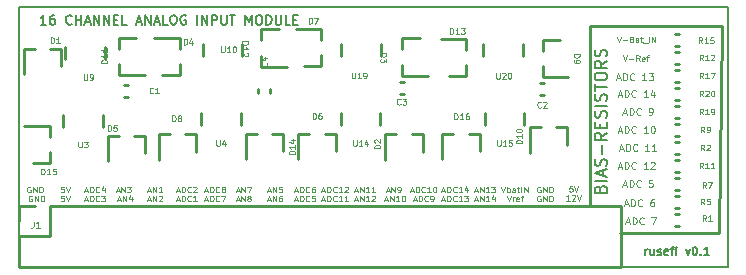
<source format=gbr>
G04 #@! TF.GenerationSoftware,KiCad,Pcbnew,(5.1.0-rc2-21-g16b3c80a7)*
G04 #@! TF.CreationDate,2019-05-25T16:35:41+02:00*
G04 #@! TF.ProjectId,Analog_Input_Module,416e616c-6f67-45f4-996e-7075745f4d6f,R2.1*
G04 #@! TF.SameCoordinates,Original*
G04 #@! TF.FileFunction,Legend,Top*
G04 #@! TF.FilePolarity,Positive*
%FSLAX46Y46*%
G04 Gerber Fmt 4.6, Leading zero omitted, Abs format (unit mm)*
G04 Created by KiCad (PCBNEW (5.1.0-rc2-21-g16b3c80a7)) date 2019-05-25 16:35:41*
%MOMM*%
%LPD*%
G04 APERTURE LIST*
%ADD10C,0.250000*%
%ADD11C,0.150000*%
%ADD12C,0.130000*%
%ADD13C,0.100000*%
G04 APERTURE END LIST*
D10*
X68326000Y-36004500D02*
X68326000Y-36703000D01*
D11*
X22283452Y-21443904D02*
X21826309Y-21443904D01*
X22054880Y-21443904D02*
X22054880Y-20643904D01*
X21978690Y-20758190D01*
X21902500Y-20834380D01*
X21826309Y-20872476D01*
X22969166Y-20643904D02*
X22816785Y-20643904D01*
X22740595Y-20682000D01*
X22702500Y-20720095D01*
X22626309Y-20834380D01*
X22588214Y-20986761D01*
X22588214Y-21291523D01*
X22626309Y-21367714D01*
X22664404Y-21405809D01*
X22740595Y-21443904D01*
X22892976Y-21443904D01*
X22969166Y-21405809D01*
X23007261Y-21367714D01*
X23045357Y-21291523D01*
X23045357Y-21101047D01*
X23007261Y-21024857D01*
X22969166Y-20986761D01*
X22892976Y-20948666D01*
X22740595Y-20948666D01*
X22664404Y-20986761D01*
X22626309Y-21024857D01*
X22588214Y-21101047D01*
X24454880Y-21367714D02*
X24416785Y-21405809D01*
X24302500Y-21443904D01*
X24226309Y-21443904D01*
X24112023Y-21405809D01*
X24035833Y-21329619D01*
X23997738Y-21253428D01*
X23959642Y-21101047D01*
X23959642Y-20986761D01*
X23997738Y-20834380D01*
X24035833Y-20758190D01*
X24112023Y-20682000D01*
X24226309Y-20643904D01*
X24302500Y-20643904D01*
X24416785Y-20682000D01*
X24454880Y-20720095D01*
X24797738Y-21443904D02*
X24797738Y-20643904D01*
X24797738Y-21024857D02*
X25254880Y-21024857D01*
X25254880Y-21443904D02*
X25254880Y-20643904D01*
X25597738Y-21215333D02*
X25978690Y-21215333D01*
X25521547Y-21443904D02*
X25788214Y-20643904D01*
X26054880Y-21443904D01*
X26321547Y-21443904D02*
X26321547Y-20643904D01*
X26778690Y-21443904D01*
X26778690Y-20643904D01*
X27159642Y-21443904D02*
X27159642Y-20643904D01*
X27616785Y-21443904D01*
X27616785Y-20643904D01*
X27997738Y-21024857D02*
X28264404Y-21024857D01*
X28378690Y-21443904D02*
X27997738Y-21443904D01*
X27997738Y-20643904D01*
X28378690Y-20643904D01*
X29102500Y-21443904D02*
X28721547Y-21443904D01*
X28721547Y-20643904D01*
X29940595Y-21215333D02*
X30321547Y-21215333D01*
X29864404Y-21443904D02*
X30131071Y-20643904D01*
X30397738Y-21443904D01*
X30664404Y-21443904D02*
X30664404Y-20643904D01*
X31121547Y-21443904D01*
X31121547Y-20643904D01*
X31464404Y-21215333D02*
X31845357Y-21215333D01*
X31388214Y-21443904D02*
X31654880Y-20643904D01*
X31921547Y-21443904D01*
X32569166Y-21443904D02*
X32188214Y-21443904D01*
X32188214Y-20643904D01*
X32988214Y-20643904D02*
X33140595Y-20643904D01*
X33216785Y-20682000D01*
X33292976Y-20758190D01*
X33331071Y-20910571D01*
X33331071Y-21177238D01*
X33292976Y-21329619D01*
X33216785Y-21405809D01*
X33140595Y-21443904D01*
X32988214Y-21443904D01*
X32912023Y-21405809D01*
X32835833Y-21329619D01*
X32797738Y-21177238D01*
X32797738Y-20910571D01*
X32835833Y-20758190D01*
X32912023Y-20682000D01*
X32988214Y-20643904D01*
X34092976Y-20682000D02*
X34016785Y-20643904D01*
X33902500Y-20643904D01*
X33788214Y-20682000D01*
X33712023Y-20758190D01*
X33673928Y-20834380D01*
X33635833Y-20986761D01*
X33635833Y-21101047D01*
X33673928Y-21253428D01*
X33712023Y-21329619D01*
X33788214Y-21405809D01*
X33902500Y-21443904D01*
X33978690Y-21443904D01*
X34092976Y-21405809D01*
X34131071Y-21367714D01*
X34131071Y-21101047D01*
X33978690Y-21101047D01*
X35083452Y-21443904D02*
X35083452Y-20643904D01*
X35464404Y-21443904D02*
X35464404Y-20643904D01*
X35921547Y-21443904D01*
X35921547Y-20643904D01*
X36302500Y-21443904D02*
X36302500Y-20643904D01*
X36607261Y-20643904D01*
X36683452Y-20682000D01*
X36721547Y-20720095D01*
X36759642Y-20796285D01*
X36759642Y-20910571D01*
X36721547Y-20986761D01*
X36683452Y-21024857D01*
X36607261Y-21062952D01*
X36302500Y-21062952D01*
X37102500Y-20643904D02*
X37102500Y-21291523D01*
X37140595Y-21367714D01*
X37178690Y-21405809D01*
X37254880Y-21443904D01*
X37407261Y-21443904D01*
X37483452Y-21405809D01*
X37521547Y-21367714D01*
X37559642Y-21291523D01*
X37559642Y-20643904D01*
X37826309Y-20643904D02*
X38283452Y-20643904D01*
X38054880Y-21443904D02*
X38054880Y-20643904D01*
X39159642Y-21443904D02*
X39159642Y-20643904D01*
X39426309Y-21215333D01*
X39692976Y-20643904D01*
X39692976Y-21443904D01*
X40226309Y-20643904D02*
X40378690Y-20643904D01*
X40454880Y-20682000D01*
X40531071Y-20758190D01*
X40569166Y-20910571D01*
X40569166Y-21177238D01*
X40531071Y-21329619D01*
X40454880Y-21405809D01*
X40378690Y-21443904D01*
X40226309Y-21443904D01*
X40150119Y-21405809D01*
X40073928Y-21329619D01*
X40035833Y-21177238D01*
X40035833Y-20910571D01*
X40073928Y-20758190D01*
X40150119Y-20682000D01*
X40226309Y-20643904D01*
X40912023Y-21443904D02*
X40912023Y-20643904D01*
X41102500Y-20643904D01*
X41216785Y-20682000D01*
X41292976Y-20758190D01*
X41331071Y-20834380D01*
X41369166Y-20986761D01*
X41369166Y-21101047D01*
X41331071Y-21253428D01*
X41292976Y-21329619D01*
X41216785Y-21405809D01*
X41102500Y-21443904D01*
X40912023Y-21443904D01*
X41712023Y-20643904D02*
X41712023Y-21291523D01*
X41750119Y-21367714D01*
X41788214Y-21405809D01*
X41864404Y-21443904D01*
X42016785Y-21443904D01*
X42092976Y-21405809D01*
X42131071Y-21367714D01*
X42169166Y-21291523D01*
X42169166Y-20643904D01*
X42931071Y-21443904D02*
X42550119Y-21443904D01*
X42550119Y-20643904D01*
X43197738Y-21024857D02*
X43464404Y-21024857D01*
X43578690Y-21443904D02*
X43197738Y-21443904D01*
X43197738Y-20643904D01*
X43578690Y-20643904D01*
D12*
X73008666Y-40956666D02*
X73008666Y-40490000D01*
X73008666Y-40623333D02*
X73042000Y-40556666D01*
X73075333Y-40523333D01*
X73142000Y-40490000D01*
X73208666Y-40490000D01*
X73742000Y-40490000D02*
X73742000Y-40956666D01*
X73442000Y-40490000D02*
X73442000Y-40856666D01*
X73475333Y-40923333D01*
X73542000Y-40956666D01*
X73642000Y-40956666D01*
X73708666Y-40923333D01*
X73742000Y-40890000D01*
X74042000Y-40923333D02*
X74108666Y-40956666D01*
X74242000Y-40956666D01*
X74308666Y-40923333D01*
X74342000Y-40856666D01*
X74342000Y-40823333D01*
X74308666Y-40756666D01*
X74242000Y-40723333D01*
X74142000Y-40723333D01*
X74075333Y-40690000D01*
X74042000Y-40623333D01*
X74042000Y-40590000D01*
X74075333Y-40523333D01*
X74142000Y-40490000D01*
X74242000Y-40490000D01*
X74308666Y-40523333D01*
X74908666Y-40923333D02*
X74842000Y-40956666D01*
X74708666Y-40956666D01*
X74642000Y-40923333D01*
X74608666Y-40856666D01*
X74608666Y-40590000D01*
X74642000Y-40523333D01*
X74708666Y-40490000D01*
X74842000Y-40490000D01*
X74908666Y-40523333D01*
X74942000Y-40590000D01*
X74942000Y-40656666D01*
X74608666Y-40723333D01*
X75142000Y-40490000D02*
X75408666Y-40490000D01*
X75242000Y-40956666D02*
X75242000Y-40356666D01*
X75275333Y-40290000D01*
X75342000Y-40256666D01*
X75408666Y-40256666D01*
X75642000Y-40956666D02*
X75642000Y-40490000D01*
X75642000Y-40256666D02*
X75608666Y-40290000D01*
X75642000Y-40323333D01*
X75675333Y-40290000D01*
X75642000Y-40256666D01*
X75642000Y-40323333D01*
X76442000Y-40490000D02*
X76608666Y-40956666D01*
X76775333Y-40490000D01*
X77175333Y-40256666D02*
X77242000Y-40256666D01*
X77308666Y-40290000D01*
X77342000Y-40323333D01*
X77375333Y-40390000D01*
X77408666Y-40523333D01*
X77408666Y-40690000D01*
X77375333Y-40823333D01*
X77342000Y-40890000D01*
X77308666Y-40923333D01*
X77242000Y-40956666D01*
X77175333Y-40956666D01*
X77108666Y-40923333D01*
X77075333Y-40890000D01*
X77042000Y-40823333D01*
X77008666Y-40690000D01*
X77008666Y-40523333D01*
X77042000Y-40390000D01*
X77075333Y-40323333D01*
X77108666Y-40290000D01*
X77175333Y-40256666D01*
X77708666Y-40890000D02*
X77742000Y-40923333D01*
X77708666Y-40956666D01*
X77675333Y-40923333D01*
X77708666Y-40890000D01*
X77708666Y-40956666D01*
X78408666Y-40956666D02*
X78008666Y-40956666D01*
X78208666Y-40956666D02*
X78208666Y-40256666D01*
X78142000Y-40356666D01*
X78075333Y-40423333D01*
X78008666Y-40456666D01*
D13*
X70596333Y-22459190D02*
X70763000Y-22959190D01*
X70929666Y-22459190D01*
X71096333Y-22768714D02*
X71477285Y-22768714D01*
X71882047Y-22697285D02*
X71953476Y-22721095D01*
X71977285Y-22744904D01*
X72001095Y-22792523D01*
X72001095Y-22863952D01*
X71977285Y-22911571D01*
X71953476Y-22935380D01*
X71905857Y-22959190D01*
X71715380Y-22959190D01*
X71715380Y-22459190D01*
X71882047Y-22459190D01*
X71929666Y-22483000D01*
X71953476Y-22506809D01*
X71977285Y-22554428D01*
X71977285Y-22602047D01*
X71953476Y-22649666D01*
X71929666Y-22673476D01*
X71882047Y-22697285D01*
X71715380Y-22697285D01*
X72429666Y-22959190D02*
X72429666Y-22697285D01*
X72405857Y-22649666D01*
X72358238Y-22625857D01*
X72263000Y-22625857D01*
X72215380Y-22649666D01*
X72429666Y-22935380D02*
X72382047Y-22959190D01*
X72263000Y-22959190D01*
X72215380Y-22935380D01*
X72191571Y-22887761D01*
X72191571Y-22840142D01*
X72215380Y-22792523D01*
X72263000Y-22768714D01*
X72382047Y-22768714D01*
X72429666Y-22744904D01*
X72596333Y-22625857D02*
X72786809Y-22625857D01*
X72667761Y-22459190D02*
X72667761Y-22887761D01*
X72691571Y-22935380D01*
X72739190Y-22959190D01*
X72786809Y-22959190D01*
X72834428Y-23006809D02*
X73215380Y-23006809D01*
X73334428Y-22959190D02*
X73334428Y-22459190D01*
X73572523Y-22959190D02*
X73572523Y-22459190D01*
X73858238Y-22959190D01*
X73858238Y-22459190D01*
X71116166Y-24046690D02*
X71282833Y-24546690D01*
X71449500Y-24046690D01*
X71616166Y-24356214D02*
X71997119Y-24356214D01*
X72520928Y-24546690D02*
X72354261Y-24308595D01*
X72235214Y-24546690D02*
X72235214Y-24046690D01*
X72425690Y-24046690D01*
X72473309Y-24070500D01*
X72497119Y-24094309D01*
X72520928Y-24141928D01*
X72520928Y-24213357D01*
X72497119Y-24260976D01*
X72473309Y-24284785D01*
X72425690Y-24308595D01*
X72235214Y-24308595D01*
X72925690Y-24522880D02*
X72878071Y-24546690D01*
X72782833Y-24546690D01*
X72735214Y-24522880D01*
X72711404Y-24475261D01*
X72711404Y-24284785D01*
X72735214Y-24237166D01*
X72782833Y-24213357D01*
X72878071Y-24213357D01*
X72925690Y-24237166D01*
X72949500Y-24284785D01*
X72949500Y-24332404D01*
X72711404Y-24380023D01*
X73092357Y-24213357D02*
X73282833Y-24213357D01*
X73163785Y-24546690D02*
X73163785Y-24118119D01*
X73187595Y-24070500D01*
X73235214Y-24046690D01*
X73282833Y-24046690D01*
X66833761Y-35095690D02*
X66595666Y-35095690D01*
X66571857Y-35333785D01*
X66595666Y-35309976D01*
X66643285Y-35286166D01*
X66762333Y-35286166D01*
X66809952Y-35309976D01*
X66833761Y-35333785D01*
X66857571Y-35381404D01*
X66857571Y-35500452D01*
X66833761Y-35548071D01*
X66809952Y-35571880D01*
X66762333Y-35595690D01*
X66643285Y-35595690D01*
X66595666Y-35571880D01*
X66571857Y-35548071D01*
X67000428Y-35095690D02*
X67167095Y-35595690D01*
X67333761Y-35095690D01*
X64135047Y-35183000D02*
X64087428Y-35159190D01*
X64016000Y-35159190D01*
X63944571Y-35183000D01*
X63896952Y-35230619D01*
X63873142Y-35278238D01*
X63849333Y-35373476D01*
X63849333Y-35444904D01*
X63873142Y-35540142D01*
X63896952Y-35587761D01*
X63944571Y-35635380D01*
X64016000Y-35659190D01*
X64063619Y-35659190D01*
X64135047Y-35635380D01*
X64158857Y-35611571D01*
X64158857Y-35444904D01*
X64063619Y-35444904D01*
X64373142Y-35659190D02*
X64373142Y-35159190D01*
X64658857Y-35659190D01*
X64658857Y-35159190D01*
X64896952Y-35659190D02*
X64896952Y-35159190D01*
X65016000Y-35159190D01*
X65087428Y-35183000D01*
X65135047Y-35230619D01*
X65158857Y-35278238D01*
X65182666Y-35373476D01*
X65182666Y-35444904D01*
X65158857Y-35540142D01*
X65135047Y-35587761D01*
X65087428Y-35635380D01*
X65016000Y-35659190D01*
X64896952Y-35659190D01*
X23780761Y-35159190D02*
X23542666Y-35159190D01*
X23518857Y-35397285D01*
X23542666Y-35373476D01*
X23590285Y-35349666D01*
X23709333Y-35349666D01*
X23756952Y-35373476D01*
X23780761Y-35397285D01*
X23804571Y-35444904D01*
X23804571Y-35563952D01*
X23780761Y-35611571D01*
X23756952Y-35635380D01*
X23709333Y-35659190D01*
X23590285Y-35659190D01*
X23542666Y-35635380D01*
X23518857Y-35611571D01*
X23947428Y-35159190D02*
X24114095Y-35659190D01*
X24280761Y-35159190D01*
X20955047Y-35183000D02*
X20907428Y-35159190D01*
X20836000Y-35159190D01*
X20764571Y-35183000D01*
X20716952Y-35230619D01*
X20693142Y-35278238D01*
X20669333Y-35373476D01*
X20669333Y-35444904D01*
X20693142Y-35540142D01*
X20716952Y-35587761D01*
X20764571Y-35635380D01*
X20836000Y-35659190D01*
X20883619Y-35659190D01*
X20955047Y-35635380D01*
X20978857Y-35611571D01*
X20978857Y-35444904D01*
X20883619Y-35444904D01*
X21193142Y-35659190D02*
X21193142Y-35159190D01*
X21478857Y-35659190D01*
X21478857Y-35159190D01*
X21716952Y-35659190D02*
X21716952Y-35159190D01*
X21836000Y-35159190D01*
X21907428Y-35183000D01*
X21955047Y-35230619D01*
X21978857Y-35278238D01*
X22002666Y-35373476D01*
X22002666Y-35444904D01*
X21978857Y-35540142D01*
X21955047Y-35587761D01*
X21907428Y-35635380D01*
X21836000Y-35659190D01*
X21716952Y-35659190D01*
X21082047Y-35945000D02*
X21034428Y-35921190D01*
X20963000Y-35921190D01*
X20891571Y-35945000D01*
X20843952Y-35992619D01*
X20820142Y-36040238D01*
X20796333Y-36135476D01*
X20796333Y-36206904D01*
X20820142Y-36302142D01*
X20843952Y-36349761D01*
X20891571Y-36397380D01*
X20963000Y-36421190D01*
X21010619Y-36421190D01*
X21082047Y-36397380D01*
X21105857Y-36373571D01*
X21105857Y-36206904D01*
X21010619Y-36206904D01*
X21320142Y-36421190D02*
X21320142Y-35921190D01*
X21605857Y-36421190D01*
X21605857Y-35921190D01*
X21843952Y-36421190D02*
X21843952Y-35921190D01*
X21963000Y-35921190D01*
X22034428Y-35945000D01*
X22082047Y-35992619D01*
X22105857Y-36040238D01*
X22129666Y-36135476D01*
X22129666Y-36206904D01*
X22105857Y-36302142D01*
X22082047Y-36349761D01*
X22034428Y-36397380D01*
X21963000Y-36421190D01*
X21843952Y-36421190D01*
X23780761Y-35921190D02*
X23542666Y-35921190D01*
X23518857Y-36159285D01*
X23542666Y-36135476D01*
X23590285Y-36111666D01*
X23709333Y-36111666D01*
X23756952Y-36135476D01*
X23780761Y-36159285D01*
X23804571Y-36206904D01*
X23804571Y-36325952D01*
X23780761Y-36373571D01*
X23756952Y-36397380D01*
X23709333Y-36421190D01*
X23590285Y-36421190D01*
X23542666Y-36397380D01*
X23518857Y-36373571D01*
X23947428Y-35921190D02*
X24114095Y-36421190D01*
X24280761Y-35921190D01*
X25558857Y-35516333D02*
X25796952Y-35516333D01*
X25511238Y-35659190D02*
X25677904Y-35159190D01*
X25844571Y-35659190D01*
X26011238Y-35659190D02*
X26011238Y-35159190D01*
X26130285Y-35159190D01*
X26201714Y-35183000D01*
X26249333Y-35230619D01*
X26273142Y-35278238D01*
X26296952Y-35373476D01*
X26296952Y-35444904D01*
X26273142Y-35540142D01*
X26249333Y-35587761D01*
X26201714Y-35635380D01*
X26130285Y-35659190D01*
X26011238Y-35659190D01*
X26796952Y-35611571D02*
X26773142Y-35635380D01*
X26701714Y-35659190D01*
X26654095Y-35659190D01*
X26582666Y-35635380D01*
X26535047Y-35587761D01*
X26511238Y-35540142D01*
X26487428Y-35444904D01*
X26487428Y-35373476D01*
X26511238Y-35278238D01*
X26535047Y-35230619D01*
X26582666Y-35183000D01*
X26654095Y-35159190D01*
X26701714Y-35159190D01*
X26773142Y-35183000D01*
X26796952Y-35206809D01*
X27225523Y-35325857D02*
X27225523Y-35659190D01*
X27106476Y-35135380D02*
X26987428Y-35492523D01*
X27296952Y-35492523D01*
X25558857Y-36278333D02*
X25796952Y-36278333D01*
X25511238Y-36421190D02*
X25677904Y-35921190D01*
X25844571Y-36421190D01*
X26011238Y-36421190D02*
X26011238Y-35921190D01*
X26130285Y-35921190D01*
X26201714Y-35945000D01*
X26249333Y-35992619D01*
X26273142Y-36040238D01*
X26296952Y-36135476D01*
X26296952Y-36206904D01*
X26273142Y-36302142D01*
X26249333Y-36349761D01*
X26201714Y-36397380D01*
X26130285Y-36421190D01*
X26011238Y-36421190D01*
X26796952Y-36373571D02*
X26773142Y-36397380D01*
X26701714Y-36421190D01*
X26654095Y-36421190D01*
X26582666Y-36397380D01*
X26535047Y-36349761D01*
X26511238Y-36302142D01*
X26487428Y-36206904D01*
X26487428Y-36135476D01*
X26511238Y-36040238D01*
X26535047Y-35992619D01*
X26582666Y-35945000D01*
X26654095Y-35921190D01*
X26701714Y-35921190D01*
X26773142Y-35945000D01*
X26796952Y-35968809D01*
X26963619Y-35921190D02*
X27273142Y-35921190D01*
X27106476Y-36111666D01*
X27177904Y-36111666D01*
X27225523Y-36135476D01*
X27249333Y-36159285D01*
X27273142Y-36206904D01*
X27273142Y-36325952D01*
X27249333Y-36373571D01*
X27225523Y-36397380D01*
X27177904Y-36421190D01*
X27035047Y-36421190D01*
X26987428Y-36397380D01*
X26963619Y-36373571D01*
X28209952Y-35516333D02*
X28448047Y-35516333D01*
X28162333Y-35659190D02*
X28329000Y-35159190D01*
X28495666Y-35659190D01*
X28662333Y-35659190D02*
X28662333Y-35159190D01*
X28948047Y-35659190D01*
X28948047Y-35159190D01*
X29138523Y-35159190D02*
X29448047Y-35159190D01*
X29281380Y-35349666D01*
X29352809Y-35349666D01*
X29400428Y-35373476D01*
X29424238Y-35397285D01*
X29448047Y-35444904D01*
X29448047Y-35563952D01*
X29424238Y-35611571D01*
X29400428Y-35635380D01*
X29352809Y-35659190D01*
X29209952Y-35659190D01*
X29162333Y-35635380D01*
X29138523Y-35611571D01*
X28336952Y-36278333D02*
X28575047Y-36278333D01*
X28289333Y-36421190D02*
X28456000Y-35921190D01*
X28622666Y-36421190D01*
X28789333Y-36421190D02*
X28789333Y-35921190D01*
X29075047Y-36421190D01*
X29075047Y-35921190D01*
X29527428Y-36087857D02*
X29527428Y-36421190D01*
X29408380Y-35897380D02*
X29289333Y-36254523D01*
X29598857Y-36254523D01*
X30876952Y-35516333D02*
X31115047Y-35516333D01*
X30829333Y-35659190D02*
X30996000Y-35159190D01*
X31162666Y-35659190D01*
X31329333Y-35659190D02*
X31329333Y-35159190D01*
X31615047Y-35659190D01*
X31615047Y-35159190D01*
X32115047Y-35659190D02*
X31829333Y-35659190D01*
X31972190Y-35659190D02*
X31972190Y-35159190D01*
X31924571Y-35230619D01*
X31876952Y-35278238D01*
X31829333Y-35302047D01*
X30876952Y-36278333D02*
X31115047Y-36278333D01*
X30829333Y-36421190D02*
X30996000Y-35921190D01*
X31162666Y-36421190D01*
X31329333Y-36421190D02*
X31329333Y-35921190D01*
X31615047Y-36421190D01*
X31615047Y-35921190D01*
X31829333Y-35968809D02*
X31853142Y-35945000D01*
X31900761Y-35921190D01*
X32019809Y-35921190D01*
X32067428Y-35945000D01*
X32091238Y-35968809D01*
X32115047Y-36016428D01*
X32115047Y-36064047D01*
X32091238Y-36135476D01*
X31805523Y-36421190D01*
X32115047Y-36421190D01*
X33305857Y-35516333D02*
X33543952Y-35516333D01*
X33258238Y-35659190D02*
X33424904Y-35159190D01*
X33591571Y-35659190D01*
X33758238Y-35659190D02*
X33758238Y-35159190D01*
X33877285Y-35159190D01*
X33948714Y-35183000D01*
X33996333Y-35230619D01*
X34020142Y-35278238D01*
X34043952Y-35373476D01*
X34043952Y-35444904D01*
X34020142Y-35540142D01*
X33996333Y-35587761D01*
X33948714Y-35635380D01*
X33877285Y-35659190D01*
X33758238Y-35659190D01*
X34543952Y-35611571D02*
X34520142Y-35635380D01*
X34448714Y-35659190D01*
X34401095Y-35659190D01*
X34329666Y-35635380D01*
X34282047Y-35587761D01*
X34258238Y-35540142D01*
X34234428Y-35444904D01*
X34234428Y-35373476D01*
X34258238Y-35278238D01*
X34282047Y-35230619D01*
X34329666Y-35183000D01*
X34401095Y-35159190D01*
X34448714Y-35159190D01*
X34520142Y-35183000D01*
X34543952Y-35206809D01*
X34734428Y-35206809D02*
X34758238Y-35183000D01*
X34805857Y-35159190D01*
X34924904Y-35159190D01*
X34972523Y-35183000D01*
X34996333Y-35206809D01*
X35020142Y-35254428D01*
X35020142Y-35302047D01*
X34996333Y-35373476D01*
X34710619Y-35659190D01*
X35020142Y-35659190D01*
X33305857Y-36278333D02*
X33543952Y-36278333D01*
X33258238Y-36421190D02*
X33424904Y-35921190D01*
X33591571Y-36421190D01*
X33758238Y-36421190D02*
X33758238Y-35921190D01*
X33877285Y-35921190D01*
X33948714Y-35945000D01*
X33996333Y-35992619D01*
X34020142Y-36040238D01*
X34043952Y-36135476D01*
X34043952Y-36206904D01*
X34020142Y-36302142D01*
X33996333Y-36349761D01*
X33948714Y-36397380D01*
X33877285Y-36421190D01*
X33758238Y-36421190D01*
X34543952Y-36373571D02*
X34520142Y-36397380D01*
X34448714Y-36421190D01*
X34401095Y-36421190D01*
X34329666Y-36397380D01*
X34282047Y-36349761D01*
X34258238Y-36302142D01*
X34234428Y-36206904D01*
X34234428Y-36135476D01*
X34258238Y-36040238D01*
X34282047Y-35992619D01*
X34329666Y-35945000D01*
X34401095Y-35921190D01*
X34448714Y-35921190D01*
X34520142Y-35945000D01*
X34543952Y-35968809D01*
X35020142Y-36421190D02*
X34734428Y-36421190D01*
X34877285Y-36421190D02*
X34877285Y-35921190D01*
X34829666Y-35992619D01*
X34782047Y-36040238D01*
X34734428Y-36064047D01*
X35718857Y-36278333D02*
X35956952Y-36278333D01*
X35671238Y-36421190D02*
X35837904Y-35921190D01*
X36004571Y-36421190D01*
X36171238Y-36421190D02*
X36171238Y-35921190D01*
X36290285Y-35921190D01*
X36361714Y-35945000D01*
X36409333Y-35992619D01*
X36433142Y-36040238D01*
X36456952Y-36135476D01*
X36456952Y-36206904D01*
X36433142Y-36302142D01*
X36409333Y-36349761D01*
X36361714Y-36397380D01*
X36290285Y-36421190D01*
X36171238Y-36421190D01*
X36956952Y-36373571D02*
X36933142Y-36397380D01*
X36861714Y-36421190D01*
X36814095Y-36421190D01*
X36742666Y-36397380D01*
X36695047Y-36349761D01*
X36671238Y-36302142D01*
X36647428Y-36206904D01*
X36647428Y-36135476D01*
X36671238Y-36040238D01*
X36695047Y-35992619D01*
X36742666Y-35945000D01*
X36814095Y-35921190D01*
X36861714Y-35921190D01*
X36933142Y-35945000D01*
X36956952Y-35968809D01*
X37123619Y-35921190D02*
X37456952Y-35921190D01*
X37242666Y-36421190D01*
X35718857Y-35516333D02*
X35956952Y-35516333D01*
X35671238Y-35659190D02*
X35837904Y-35159190D01*
X36004571Y-35659190D01*
X36171238Y-35659190D02*
X36171238Y-35159190D01*
X36290285Y-35159190D01*
X36361714Y-35183000D01*
X36409333Y-35230619D01*
X36433142Y-35278238D01*
X36456952Y-35373476D01*
X36456952Y-35444904D01*
X36433142Y-35540142D01*
X36409333Y-35587761D01*
X36361714Y-35635380D01*
X36290285Y-35659190D01*
X36171238Y-35659190D01*
X36956952Y-35611571D02*
X36933142Y-35635380D01*
X36861714Y-35659190D01*
X36814095Y-35659190D01*
X36742666Y-35635380D01*
X36695047Y-35587761D01*
X36671238Y-35540142D01*
X36647428Y-35444904D01*
X36647428Y-35373476D01*
X36671238Y-35278238D01*
X36695047Y-35230619D01*
X36742666Y-35183000D01*
X36814095Y-35159190D01*
X36861714Y-35159190D01*
X36933142Y-35183000D01*
X36956952Y-35206809D01*
X37242666Y-35373476D02*
X37195047Y-35349666D01*
X37171238Y-35325857D01*
X37147428Y-35278238D01*
X37147428Y-35254428D01*
X37171238Y-35206809D01*
X37195047Y-35183000D01*
X37242666Y-35159190D01*
X37337904Y-35159190D01*
X37385523Y-35183000D01*
X37409333Y-35206809D01*
X37433142Y-35254428D01*
X37433142Y-35278238D01*
X37409333Y-35325857D01*
X37385523Y-35349666D01*
X37337904Y-35373476D01*
X37242666Y-35373476D01*
X37195047Y-35397285D01*
X37171238Y-35421095D01*
X37147428Y-35468714D01*
X37147428Y-35563952D01*
X37171238Y-35611571D01*
X37195047Y-35635380D01*
X37242666Y-35659190D01*
X37337904Y-35659190D01*
X37385523Y-35635380D01*
X37409333Y-35611571D01*
X37433142Y-35563952D01*
X37433142Y-35468714D01*
X37409333Y-35421095D01*
X37385523Y-35397285D01*
X37337904Y-35373476D01*
X38369952Y-36278333D02*
X38608047Y-36278333D01*
X38322333Y-36421190D02*
X38489000Y-35921190D01*
X38655666Y-36421190D01*
X38822333Y-36421190D02*
X38822333Y-35921190D01*
X39108047Y-36421190D01*
X39108047Y-35921190D01*
X39417571Y-36135476D02*
X39369952Y-36111666D01*
X39346142Y-36087857D01*
X39322333Y-36040238D01*
X39322333Y-36016428D01*
X39346142Y-35968809D01*
X39369952Y-35945000D01*
X39417571Y-35921190D01*
X39512809Y-35921190D01*
X39560428Y-35945000D01*
X39584238Y-35968809D01*
X39608047Y-36016428D01*
X39608047Y-36040238D01*
X39584238Y-36087857D01*
X39560428Y-36111666D01*
X39512809Y-36135476D01*
X39417571Y-36135476D01*
X39369952Y-36159285D01*
X39346142Y-36183095D01*
X39322333Y-36230714D01*
X39322333Y-36325952D01*
X39346142Y-36373571D01*
X39369952Y-36397380D01*
X39417571Y-36421190D01*
X39512809Y-36421190D01*
X39560428Y-36397380D01*
X39584238Y-36373571D01*
X39608047Y-36325952D01*
X39608047Y-36230714D01*
X39584238Y-36183095D01*
X39560428Y-36159285D01*
X39512809Y-36135476D01*
X38369952Y-35516333D02*
X38608047Y-35516333D01*
X38322333Y-35659190D02*
X38489000Y-35159190D01*
X38655666Y-35659190D01*
X38822333Y-35659190D02*
X38822333Y-35159190D01*
X39108047Y-35659190D01*
X39108047Y-35159190D01*
X39298523Y-35159190D02*
X39631857Y-35159190D01*
X39417571Y-35659190D01*
X41036952Y-35516333D02*
X41275047Y-35516333D01*
X40989333Y-35659190D02*
X41156000Y-35159190D01*
X41322666Y-35659190D01*
X41489333Y-35659190D02*
X41489333Y-35159190D01*
X41775047Y-35659190D01*
X41775047Y-35159190D01*
X42251238Y-35159190D02*
X42013142Y-35159190D01*
X41989333Y-35397285D01*
X42013142Y-35373476D01*
X42060761Y-35349666D01*
X42179809Y-35349666D01*
X42227428Y-35373476D01*
X42251238Y-35397285D01*
X42275047Y-35444904D01*
X42275047Y-35563952D01*
X42251238Y-35611571D01*
X42227428Y-35635380D01*
X42179809Y-35659190D01*
X42060761Y-35659190D01*
X42013142Y-35635380D01*
X41989333Y-35611571D01*
X41036952Y-36278333D02*
X41275047Y-36278333D01*
X40989333Y-36421190D02*
X41156000Y-35921190D01*
X41322666Y-36421190D01*
X41489333Y-36421190D02*
X41489333Y-35921190D01*
X41775047Y-36421190D01*
X41775047Y-35921190D01*
X42227428Y-35921190D02*
X42132190Y-35921190D01*
X42084571Y-35945000D01*
X42060761Y-35968809D01*
X42013142Y-36040238D01*
X41989333Y-36135476D01*
X41989333Y-36325952D01*
X42013142Y-36373571D01*
X42036952Y-36397380D01*
X42084571Y-36421190D01*
X42179809Y-36421190D01*
X42227428Y-36397380D01*
X42251238Y-36373571D01*
X42275047Y-36325952D01*
X42275047Y-36206904D01*
X42251238Y-36159285D01*
X42227428Y-36135476D01*
X42179809Y-36111666D01*
X42084571Y-36111666D01*
X42036952Y-36135476D01*
X42013142Y-36159285D01*
X41989333Y-36206904D01*
X43338857Y-35516333D02*
X43576952Y-35516333D01*
X43291238Y-35659190D02*
X43457904Y-35159190D01*
X43624571Y-35659190D01*
X43791238Y-35659190D02*
X43791238Y-35159190D01*
X43910285Y-35159190D01*
X43981714Y-35183000D01*
X44029333Y-35230619D01*
X44053142Y-35278238D01*
X44076952Y-35373476D01*
X44076952Y-35444904D01*
X44053142Y-35540142D01*
X44029333Y-35587761D01*
X43981714Y-35635380D01*
X43910285Y-35659190D01*
X43791238Y-35659190D01*
X44576952Y-35611571D02*
X44553142Y-35635380D01*
X44481714Y-35659190D01*
X44434095Y-35659190D01*
X44362666Y-35635380D01*
X44315047Y-35587761D01*
X44291238Y-35540142D01*
X44267428Y-35444904D01*
X44267428Y-35373476D01*
X44291238Y-35278238D01*
X44315047Y-35230619D01*
X44362666Y-35183000D01*
X44434095Y-35159190D01*
X44481714Y-35159190D01*
X44553142Y-35183000D01*
X44576952Y-35206809D01*
X45005523Y-35159190D02*
X44910285Y-35159190D01*
X44862666Y-35183000D01*
X44838857Y-35206809D01*
X44791238Y-35278238D01*
X44767428Y-35373476D01*
X44767428Y-35563952D01*
X44791238Y-35611571D01*
X44815047Y-35635380D01*
X44862666Y-35659190D01*
X44957904Y-35659190D01*
X45005523Y-35635380D01*
X45029333Y-35611571D01*
X45053142Y-35563952D01*
X45053142Y-35444904D01*
X45029333Y-35397285D01*
X45005523Y-35373476D01*
X44957904Y-35349666D01*
X44862666Y-35349666D01*
X44815047Y-35373476D01*
X44791238Y-35397285D01*
X44767428Y-35444904D01*
X43338857Y-36278333D02*
X43576952Y-36278333D01*
X43291238Y-36421190D02*
X43457904Y-35921190D01*
X43624571Y-36421190D01*
X43791238Y-36421190D02*
X43791238Y-35921190D01*
X43910285Y-35921190D01*
X43981714Y-35945000D01*
X44029333Y-35992619D01*
X44053142Y-36040238D01*
X44076952Y-36135476D01*
X44076952Y-36206904D01*
X44053142Y-36302142D01*
X44029333Y-36349761D01*
X43981714Y-36397380D01*
X43910285Y-36421190D01*
X43791238Y-36421190D01*
X44576952Y-36373571D02*
X44553142Y-36397380D01*
X44481714Y-36421190D01*
X44434095Y-36421190D01*
X44362666Y-36397380D01*
X44315047Y-36349761D01*
X44291238Y-36302142D01*
X44267428Y-36206904D01*
X44267428Y-36135476D01*
X44291238Y-36040238D01*
X44315047Y-35992619D01*
X44362666Y-35945000D01*
X44434095Y-35921190D01*
X44481714Y-35921190D01*
X44553142Y-35945000D01*
X44576952Y-35968809D01*
X45029333Y-35921190D02*
X44791238Y-35921190D01*
X44767428Y-36159285D01*
X44791238Y-36135476D01*
X44838857Y-36111666D01*
X44957904Y-36111666D01*
X45005523Y-36135476D01*
X45029333Y-36159285D01*
X45053142Y-36206904D01*
X45053142Y-36325952D01*
X45029333Y-36373571D01*
X45005523Y-36397380D01*
X44957904Y-36421190D01*
X44838857Y-36421190D01*
X44791238Y-36397380D01*
X44767428Y-36373571D01*
X45640761Y-35516333D02*
X45878857Y-35516333D01*
X45593142Y-35659190D02*
X45759809Y-35159190D01*
X45926476Y-35659190D01*
X46093142Y-35659190D02*
X46093142Y-35159190D01*
X46212190Y-35159190D01*
X46283619Y-35183000D01*
X46331238Y-35230619D01*
X46355047Y-35278238D01*
X46378857Y-35373476D01*
X46378857Y-35444904D01*
X46355047Y-35540142D01*
X46331238Y-35587761D01*
X46283619Y-35635380D01*
X46212190Y-35659190D01*
X46093142Y-35659190D01*
X46878857Y-35611571D02*
X46855047Y-35635380D01*
X46783619Y-35659190D01*
X46736000Y-35659190D01*
X46664571Y-35635380D01*
X46616952Y-35587761D01*
X46593142Y-35540142D01*
X46569333Y-35444904D01*
X46569333Y-35373476D01*
X46593142Y-35278238D01*
X46616952Y-35230619D01*
X46664571Y-35183000D01*
X46736000Y-35159190D01*
X46783619Y-35159190D01*
X46855047Y-35183000D01*
X46878857Y-35206809D01*
X47355047Y-35659190D02*
X47069333Y-35659190D01*
X47212190Y-35659190D02*
X47212190Y-35159190D01*
X47164571Y-35230619D01*
X47116952Y-35278238D01*
X47069333Y-35302047D01*
X47545523Y-35206809D02*
X47569333Y-35183000D01*
X47616952Y-35159190D01*
X47736000Y-35159190D01*
X47783619Y-35183000D01*
X47807428Y-35206809D01*
X47831238Y-35254428D01*
X47831238Y-35302047D01*
X47807428Y-35373476D01*
X47521714Y-35659190D01*
X47831238Y-35659190D01*
X45640761Y-36278333D02*
X45878857Y-36278333D01*
X45593142Y-36421190D02*
X45759809Y-35921190D01*
X45926476Y-36421190D01*
X46093142Y-36421190D02*
X46093142Y-35921190D01*
X46212190Y-35921190D01*
X46283619Y-35945000D01*
X46331238Y-35992619D01*
X46355047Y-36040238D01*
X46378857Y-36135476D01*
X46378857Y-36206904D01*
X46355047Y-36302142D01*
X46331238Y-36349761D01*
X46283619Y-36397380D01*
X46212190Y-36421190D01*
X46093142Y-36421190D01*
X46878857Y-36373571D02*
X46855047Y-36397380D01*
X46783619Y-36421190D01*
X46736000Y-36421190D01*
X46664571Y-36397380D01*
X46616952Y-36349761D01*
X46593142Y-36302142D01*
X46569333Y-36206904D01*
X46569333Y-36135476D01*
X46593142Y-36040238D01*
X46616952Y-35992619D01*
X46664571Y-35945000D01*
X46736000Y-35921190D01*
X46783619Y-35921190D01*
X46855047Y-35945000D01*
X46878857Y-35968809D01*
X47355047Y-36421190D02*
X47069333Y-36421190D01*
X47212190Y-36421190D02*
X47212190Y-35921190D01*
X47164571Y-35992619D01*
X47116952Y-36040238D01*
X47069333Y-36064047D01*
X47831238Y-36421190D02*
X47545523Y-36421190D01*
X47688380Y-36421190D02*
X47688380Y-35921190D01*
X47640761Y-35992619D01*
X47593142Y-36040238D01*
X47545523Y-36064047D01*
X48418857Y-35516333D02*
X48656952Y-35516333D01*
X48371238Y-35659190D02*
X48537904Y-35159190D01*
X48704571Y-35659190D01*
X48871238Y-35659190D02*
X48871238Y-35159190D01*
X49156952Y-35659190D01*
X49156952Y-35159190D01*
X49656952Y-35659190D02*
X49371238Y-35659190D01*
X49514095Y-35659190D02*
X49514095Y-35159190D01*
X49466476Y-35230619D01*
X49418857Y-35278238D01*
X49371238Y-35302047D01*
X50133142Y-35659190D02*
X49847428Y-35659190D01*
X49990285Y-35659190D02*
X49990285Y-35159190D01*
X49942666Y-35230619D01*
X49895047Y-35278238D01*
X49847428Y-35302047D01*
X48418857Y-36278333D02*
X48656952Y-36278333D01*
X48371238Y-36421190D02*
X48537904Y-35921190D01*
X48704571Y-36421190D01*
X48871238Y-36421190D02*
X48871238Y-35921190D01*
X49156952Y-36421190D01*
X49156952Y-35921190D01*
X49656952Y-36421190D02*
X49371238Y-36421190D01*
X49514095Y-36421190D02*
X49514095Y-35921190D01*
X49466476Y-35992619D01*
X49418857Y-36040238D01*
X49371238Y-36064047D01*
X49847428Y-35968809D02*
X49871238Y-35945000D01*
X49918857Y-35921190D01*
X50037904Y-35921190D01*
X50085523Y-35945000D01*
X50109333Y-35968809D01*
X50133142Y-36016428D01*
X50133142Y-36064047D01*
X50109333Y-36135476D01*
X49823619Y-36421190D01*
X50133142Y-36421190D01*
X51069952Y-35516333D02*
X51308047Y-35516333D01*
X51022333Y-35659190D02*
X51189000Y-35159190D01*
X51355666Y-35659190D01*
X51522333Y-35659190D02*
X51522333Y-35159190D01*
X51808047Y-35659190D01*
X51808047Y-35159190D01*
X52069952Y-35659190D02*
X52165190Y-35659190D01*
X52212809Y-35635380D01*
X52236619Y-35611571D01*
X52284238Y-35540142D01*
X52308047Y-35444904D01*
X52308047Y-35254428D01*
X52284238Y-35206809D01*
X52260428Y-35183000D01*
X52212809Y-35159190D01*
X52117571Y-35159190D01*
X52069952Y-35183000D01*
X52046142Y-35206809D01*
X52022333Y-35254428D01*
X52022333Y-35373476D01*
X52046142Y-35421095D01*
X52069952Y-35444904D01*
X52117571Y-35468714D01*
X52212809Y-35468714D01*
X52260428Y-35444904D01*
X52284238Y-35421095D01*
X52308047Y-35373476D01*
X50958857Y-36278333D02*
X51196952Y-36278333D01*
X50911238Y-36421190D02*
X51077904Y-35921190D01*
X51244571Y-36421190D01*
X51411238Y-36421190D02*
X51411238Y-35921190D01*
X51696952Y-36421190D01*
X51696952Y-35921190D01*
X52196952Y-36421190D02*
X51911238Y-36421190D01*
X52054095Y-36421190D02*
X52054095Y-35921190D01*
X52006476Y-35992619D01*
X51958857Y-36040238D01*
X51911238Y-36064047D01*
X52506476Y-35921190D02*
X52554095Y-35921190D01*
X52601714Y-35945000D01*
X52625523Y-35968809D01*
X52649333Y-36016428D01*
X52673142Y-36111666D01*
X52673142Y-36230714D01*
X52649333Y-36325952D01*
X52625523Y-36373571D01*
X52601714Y-36397380D01*
X52554095Y-36421190D01*
X52506476Y-36421190D01*
X52458857Y-36397380D01*
X52435047Y-36373571D01*
X52411238Y-36325952D01*
X52387428Y-36230714D01*
X52387428Y-36111666D01*
X52411238Y-36016428D01*
X52435047Y-35968809D01*
X52458857Y-35945000D01*
X52506476Y-35921190D01*
X53371857Y-36278333D02*
X53609952Y-36278333D01*
X53324238Y-36421190D02*
X53490904Y-35921190D01*
X53657571Y-36421190D01*
X53824238Y-36421190D02*
X53824238Y-35921190D01*
X53943285Y-35921190D01*
X54014714Y-35945000D01*
X54062333Y-35992619D01*
X54086142Y-36040238D01*
X54109952Y-36135476D01*
X54109952Y-36206904D01*
X54086142Y-36302142D01*
X54062333Y-36349761D01*
X54014714Y-36397380D01*
X53943285Y-36421190D01*
X53824238Y-36421190D01*
X54609952Y-36373571D02*
X54586142Y-36397380D01*
X54514714Y-36421190D01*
X54467095Y-36421190D01*
X54395666Y-36397380D01*
X54348047Y-36349761D01*
X54324238Y-36302142D01*
X54300428Y-36206904D01*
X54300428Y-36135476D01*
X54324238Y-36040238D01*
X54348047Y-35992619D01*
X54395666Y-35945000D01*
X54467095Y-35921190D01*
X54514714Y-35921190D01*
X54586142Y-35945000D01*
X54609952Y-35968809D01*
X54848047Y-36421190D02*
X54943285Y-36421190D01*
X54990904Y-36397380D01*
X55014714Y-36373571D01*
X55062333Y-36302142D01*
X55086142Y-36206904D01*
X55086142Y-36016428D01*
X55062333Y-35968809D01*
X55038523Y-35945000D01*
X54990904Y-35921190D01*
X54895666Y-35921190D01*
X54848047Y-35945000D01*
X54824238Y-35968809D01*
X54800428Y-36016428D01*
X54800428Y-36135476D01*
X54824238Y-36183095D01*
X54848047Y-36206904D01*
X54895666Y-36230714D01*
X54990904Y-36230714D01*
X55038523Y-36206904D01*
X55062333Y-36183095D01*
X55086142Y-36135476D01*
X53133761Y-35516333D02*
X53371857Y-35516333D01*
X53086142Y-35659190D02*
X53252809Y-35159190D01*
X53419476Y-35659190D01*
X53586142Y-35659190D02*
X53586142Y-35159190D01*
X53705190Y-35159190D01*
X53776619Y-35183000D01*
X53824238Y-35230619D01*
X53848047Y-35278238D01*
X53871857Y-35373476D01*
X53871857Y-35444904D01*
X53848047Y-35540142D01*
X53824238Y-35587761D01*
X53776619Y-35635380D01*
X53705190Y-35659190D01*
X53586142Y-35659190D01*
X54371857Y-35611571D02*
X54348047Y-35635380D01*
X54276619Y-35659190D01*
X54229000Y-35659190D01*
X54157571Y-35635380D01*
X54109952Y-35587761D01*
X54086142Y-35540142D01*
X54062333Y-35444904D01*
X54062333Y-35373476D01*
X54086142Y-35278238D01*
X54109952Y-35230619D01*
X54157571Y-35183000D01*
X54229000Y-35159190D01*
X54276619Y-35159190D01*
X54348047Y-35183000D01*
X54371857Y-35206809D01*
X54848047Y-35659190D02*
X54562333Y-35659190D01*
X54705190Y-35659190D02*
X54705190Y-35159190D01*
X54657571Y-35230619D01*
X54609952Y-35278238D01*
X54562333Y-35302047D01*
X55157571Y-35159190D02*
X55205190Y-35159190D01*
X55252809Y-35183000D01*
X55276619Y-35206809D01*
X55300428Y-35254428D01*
X55324238Y-35349666D01*
X55324238Y-35468714D01*
X55300428Y-35563952D01*
X55276619Y-35611571D01*
X55252809Y-35635380D01*
X55205190Y-35659190D01*
X55157571Y-35659190D01*
X55109952Y-35635380D01*
X55086142Y-35611571D01*
X55062333Y-35563952D01*
X55038523Y-35468714D01*
X55038523Y-35349666D01*
X55062333Y-35254428D01*
X55086142Y-35206809D01*
X55109952Y-35183000D01*
X55157571Y-35159190D01*
X55800761Y-35516333D02*
X56038857Y-35516333D01*
X55753142Y-35659190D02*
X55919809Y-35159190D01*
X56086476Y-35659190D01*
X56253142Y-35659190D02*
X56253142Y-35159190D01*
X56372190Y-35159190D01*
X56443619Y-35183000D01*
X56491238Y-35230619D01*
X56515047Y-35278238D01*
X56538857Y-35373476D01*
X56538857Y-35444904D01*
X56515047Y-35540142D01*
X56491238Y-35587761D01*
X56443619Y-35635380D01*
X56372190Y-35659190D01*
X56253142Y-35659190D01*
X57038857Y-35611571D02*
X57015047Y-35635380D01*
X56943619Y-35659190D01*
X56896000Y-35659190D01*
X56824571Y-35635380D01*
X56776952Y-35587761D01*
X56753142Y-35540142D01*
X56729333Y-35444904D01*
X56729333Y-35373476D01*
X56753142Y-35278238D01*
X56776952Y-35230619D01*
X56824571Y-35183000D01*
X56896000Y-35159190D01*
X56943619Y-35159190D01*
X57015047Y-35183000D01*
X57038857Y-35206809D01*
X57515047Y-35659190D02*
X57229333Y-35659190D01*
X57372190Y-35659190D02*
X57372190Y-35159190D01*
X57324571Y-35230619D01*
X57276952Y-35278238D01*
X57229333Y-35302047D01*
X57943619Y-35325857D02*
X57943619Y-35659190D01*
X57824571Y-35135380D02*
X57705523Y-35492523D01*
X58015047Y-35492523D01*
X55800761Y-36278333D02*
X56038857Y-36278333D01*
X55753142Y-36421190D02*
X55919809Y-35921190D01*
X56086476Y-36421190D01*
X56253142Y-36421190D02*
X56253142Y-35921190D01*
X56372190Y-35921190D01*
X56443619Y-35945000D01*
X56491238Y-35992619D01*
X56515047Y-36040238D01*
X56538857Y-36135476D01*
X56538857Y-36206904D01*
X56515047Y-36302142D01*
X56491238Y-36349761D01*
X56443619Y-36397380D01*
X56372190Y-36421190D01*
X56253142Y-36421190D01*
X57038857Y-36373571D02*
X57015047Y-36397380D01*
X56943619Y-36421190D01*
X56896000Y-36421190D01*
X56824571Y-36397380D01*
X56776952Y-36349761D01*
X56753142Y-36302142D01*
X56729333Y-36206904D01*
X56729333Y-36135476D01*
X56753142Y-36040238D01*
X56776952Y-35992619D01*
X56824571Y-35945000D01*
X56896000Y-35921190D01*
X56943619Y-35921190D01*
X57015047Y-35945000D01*
X57038857Y-35968809D01*
X57515047Y-36421190D02*
X57229333Y-36421190D01*
X57372190Y-36421190D02*
X57372190Y-35921190D01*
X57324571Y-35992619D01*
X57276952Y-36040238D01*
X57229333Y-36064047D01*
X57681714Y-35921190D02*
X57991238Y-35921190D01*
X57824571Y-36111666D01*
X57896000Y-36111666D01*
X57943619Y-36135476D01*
X57967428Y-36159285D01*
X57991238Y-36206904D01*
X57991238Y-36325952D01*
X57967428Y-36373571D01*
X57943619Y-36397380D01*
X57896000Y-36421190D01*
X57753142Y-36421190D01*
X57705523Y-36397380D01*
X57681714Y-36373571D01*
X58578857Y-35516333D02*
X58816952Y-35516333D01*
X58531238Y-35659190D02*
X58697904Y-35159190D01*
X58864571Y-35659190D01*
X59031238Y-35659190D02*
X59031238Y-35159190D01*
X59316952Y-35659190D01*
X59316952Y-35159190D01*
X59816952Y-35659190D02*
X59531238Y-35659190D01*
X59674095Y-35659190D02*
X59674095Y-35159190D01*
X59626476Y-35230619D01*
X59578857Y-35278238D01*
X59531238Y-35302047D01*
X59983619Y-35159190D02*
X60293142Y-35159190D01*
X60126476Y-35349666D01*
X60197904Y-35349666D01*
X60245523Y-35373476D01*
X60269333Y-35397285D01*
X60293142Y-35444904D01*
X60293142Y-35563952D01*
X60269333Y-35611571D01*
X60245523Y-35635380D01*
X60197904Y-35659190D01*
X60055047Y-35659190D01*
X60007428Y-35635380D01*
X59983619Y-35611571D01*
X58578857Y-36278333D02*
X58816952Y-36278333D01*
X58531238Y-36421190D02*
X58697904Y-35921190D01*
X58864571Y-36421190D01*
X59031238Y-36421190D02*
X59031238Y-35921190D01*
X59316952Y-36421190D01*
X59316952Y-35921190D01*
X59816952Y-36421190D02*
X59531238Y-36421190D01*
X59674095Y-36421190D02*
X59674095Y-35921190D01*
X59626476Y-35992619D01*
X59578857Y-36040238D01*
X59531238Y-36064047D01*
X60245523Y-36087857D02*
X60245523Y-36421190D01*
X60126476Y-35897380D02*
X60007428Y-36254523D01*
X60316952Y-36254523D01*
X60833142Y-35159190D02*
X60999809Y-35659190D01*
X61166476Y-35159190D01*
X61333142Y-35659190D02*
X61333142Y-35159190D01*
X61333142Y-35349666D02*
X61380761Y-35325857D01*
X61476000Y-35325857D01*
X61523619Y-35349666D01*
X61547428Y-35373476D01*
X61571238Y-35421095D01*
X61571238Y-35563952D01*
X61547428Y-35611571D01*
X61523619Y-35635380D01*
X61476000Y-35659190D01*
X61380761Y-35659190D01*
X61333142Y-35635380D01*
X61999809Y-35659190D02*
X61999809Y-35397285D01*
X61976000Y-35349666D01*
X61928380Y-35325857D01*
X61833142Y-35325857D01*
X61785523Y-35349666D01*
X61999809Y-35635380D02*
X61952190Y-35659190D01*
X61833142Y-35659190D01*
X61785523Y-35635380D01*
X61761714Y-35587761D01*
X61761714Y-35540142D01*
X61785523Y-35492523D01*
X61833142Y-35468714D01*
X61952190Y-35468714D01*
X61999809Y-35444904D01*
X62166476Y-35325857D02*
X62356952Y-35325857D01*
X62237904Y-35159190D02*
X62237904Y-35587761D01*
X62261714Y-35635380D01*
X62309333Y-35659190D01*
X62356952Y-35659190D01*
X62523619Y-35659190D02*
X62523619Y-35159190D01*
X62761714Y-35659190D02*
X62761714Y-35159190D01*
X63047428Y-35659190D01*
X63047428Y-35159190D01*
X61297428Y-35921190D02*
X61464095Y-36421190D01*
X61630761Y-35921190D01*
X61797428Y-36421190D02*
X61797428Y-36087857D01*
X61797428Y-36183095D02*
X61821238Y-36135476D01*
X61845047Y-36111666D01*
X61892666Y-36087857D01*
X61940285Y-36087857D01*
X62297428Y-36397380D02*
X62249809Y-36421190D01*
X62154571Y-36421190D01*
X62106952Y-36397380D01*
X62083142Y-36349761D01*
X62083142Y-36159285D01*
X62106952Y-36111666D01*
X62154571Y-36087857D01*
X62249809Y-36087857D01*
X62297428Y-36111666D01*
X62321238Y-36159285D01*
X62321238Y-36206904D01*
X62083142Y-36254523D01*
X62464095Y-36087857D02*
X62654571Y-36087857D01*
X62535523Y-36421190D02*
X62535523Y-35992619D01*
X62559333Y-35945000D01*
X62606952Y-35921190D01*
X62654571Y-35921190D01*
X66619476Y-36357690D02*
X66333761Y-36357690D01*
X66476619Y-36357690D02*
X66476619Y-35857690D01*
X66429000Y-35929119D01*
X66381380Y-35976738D01*
X66333761Y-36000547D01*
X66809952Y-35905309D02*
X66833761Y-35881500D01*
X66881380Y-35857690D01*
X67000428Y-35857690D01*
X67048047Y-35881500D01*
X67071857Y-35905309D01*
X67095666Y-35952928D01*
X67095666Y-36000547D01*
X67071857Y-36071976D01*
X66786142Y-36357690D01*
X67095666Y-36357690D01*
X67238523Y-35857690D02*
X67405190Y-36357690D01*
X67571857Y-35857690D01*
X64135047Y-35945000D02*
X64087428Y-35921190D01*
X64016000Y-35921190D01*
X63944571Y-35945000D01*
X63896952Y-35992619D01*
X63873142Y-36040238D01*
X63849333Y-36135476D01*
X63849333Y-36206904D01*
X63873142Y-36302142D01*
X63896952Y-36349761D01*
X63944571Y-36397380D01*
X64016000Y-36421190D01*
X64063619Y-36421190D01*
X64135047Y-36397380D01*
X64158857Y-36373571D01*
X64158857Y-36206904D01*
X64063619Y-36206904D01*
X64373142Y-36421190D02*
X64373142Y-35921190D01*
X64658857Y-36421190D01*
X64658857Y-35921190D01*
X64896952Y-36421190D02*
X64896952Y-35921190D01*
X65016000Y-35921190D01*
X65087428Y-35945000D01*
X65135047Y-35992619D01*
X65158857Y-36040238D01*
X65182666Y-36135476D01*
X65182666Y-36206904D01*
X65158857Y-36302142D01*
X65135047Y-36349761D01*
X65087428Y-36397380D01*
X65016000Y-36421190D01*
X64896952Y-36421190D01*
D11*
X69207071Y-35368785D02*
X69254690Y-35225928D01*
X69302309Y-35178309D01*
X69397547Y-35130690D01*
X69540404Y-35130690D01*
X69635642Y-35178309D01*
X69683261Y-35225928D01*
X69730880Y-35321166D01*
X69730880Y-35702119D01*
X68730880Y-35702119D01*
X68730880Y-35368785D01*
X68778500Y-35273547D01*
X68826119Y-35225928D01*
X68921357Y-35178309D01*
X69016595Y-35178309D01*
X69111833Y-35225928D01*
X69159452Y-35273547D01*
X69207071Y-35368785D01*
X69207071Y-35702119D01*
X69730880Y-34702119D02*
X68730880Y-34702119D01*
X69445166Y-34273547D02*
X69445166Y-33797357D01*
X69730880Y-34368785D02*
X68730880Y-34035452D01*
X69730880Y-33702119D01*
X69683261Y-33416404D02*
X69730880Y-33273547D01*
X69730880Y-33035452D01*
X69683261Y-32940214D01*
X69635642Y-32892595D01*
X69540404Y-32844976D01*
X69445166Y-32844976D01*
X69349928Y-32892595D01*
X69302309Y-32940214D01*
X69254690Y-33035452D01*
X69207071Y-33225928D01*
X69159452Y-33321166D01*
X69111833Y-33368785D01*
X69016595Y-33416404D01*
X68921357Y-33416404D01*
X68826119Y-33368785D01*
X68778500Y-33321166D01*
X68730880Y-33225928D01*
X68730880Y-32987833D01*
X68778500Y-32844976D01*
X69349928Y-32416404D02*
X69349928Y-31654500D01*
X69730880Y-30606880D02*
X69254690Y-30940214D01*
X69730880Y-31178309D02*
X68730880Y-31178309D01*
X68730880Y-30797357D01*
X68778500Y-30702119D01*
X68826119Y-30654500D01*
X68921357Y-30606880D01*
X69064214Y-30606880D01*
X69159452Y-30654500D01*
X69207071Y-30702119D01*
X69254690Y-30797357D01*
X69254690Y-31178309D01*
X69207071Y-30178309D02*
X69207071Y-29844976D01*
X69730880Y-29702119D02*
X69730880Y-30178309D01*
X68730880Y-30178309D01*
X68730880Y-29702119D01*
X69683261Y-29321166D02*
X69730880Y-29178309D01*
X69730880Y-28940214D01*
X69683261Y-28844976D01*
X69635642Y-28797357D01*
X69540404Y-28749738D01*
X69445166Y-28749738D01*
X69349928Y-28797357D01*
X69302309Y-28844976D01*
X69254690Y-28940214D01*
X69207071Y-29130690D01*
X69159452Y-29225928D01*
X69111833Y-29273547D01*
X69016595Y-29321166D01*
X68921357Y-29321166D01*
X68826119Y-29273547D01*
X68778500Y-29225928D01*
X68730880Y-29130690D01*
X68730880Y-28892595D01*
X68778500Y-28749738D01*
X69730880Y-28321166D02*
X68730880Y-28321166D01*
X69683261Y-27892595D02*
X69730880Y-27749738D01*
X69730880Y-27511642D01*
X69683261Y-27416404D01*
X69635642Y-27368785D01*
X69540404Y-27321166D01*
X69445166Y-27321166D01*
X69349928Y-27368785D01*
X69302309Y-27416404D01*
X69254690Y-27511642D01*
X69207071Y-27702119D01*
X69159452Y-27797357D01*
X69111833Y-27844976D01*
X69016595Y-27892595D01*
X68921357Y-27892595D01*
X68826119Y-27844976D01*
X68778500Y-27797357D01*
X68730880Y-27702119D01*
X68730880Y-27464023D01*
X68778500Y-27321166D01*
X68730880Y-27035452D02*
X68730880Y-26464023D01*
X69730880Y-26749738D02*
X68730880Y-26749738D01*
X68730880Y-25940214D02*
X68730880Y-25749738D01*
X68778500Y-25654500D01*
X68873738Y-25559261D01*
X69064214Y-25511642D01*
X69397547Y-25511642D01*
X69588023Y-25559261D01*
X69683261Y-25654500D01*
X69730880Y-25749738D01*
X69730880Y-25940214D01*
X69683261Y-26035452D01*
X69588023Y-26130690D01*
X69397547Y-26178309D01*
X69064214Y-26178309D01*
X68873738Y-26130690D01*
X68778500Y-26035452D01*
X68730880Y-25940214D01*
X69730880Y-24511642D02*
X69254690Y-24844976D01*
X69730880Y-25083071D02*
X68730880Y-25083071D01*
X68730880Y-24702119D01*
X68778500Y-24606880D01*
X68826119Y-24559261D01*
X68921357Y-24511642D01*
X69064214Y-24511642D01*
X69159452Y-24559261D01*
X69207071Y-24606880D01*
X69254690Y-24702119D01*
X69254690Y-25083071D01*
X69683261Y-24130690D02*
X69730880Y-23987833D01*
X69730880Y-23749738D01*
X69683261Y-23654500D01*
X69635642Y-23606880D01*
X69540404Y-23559261D01*
X69445166Y-23559261D01*
X69349928Y-23606880D01*
X69302309Y-23654500D01*
X69254690Y-23749738D01*
X69207071Y-23940214D01*
X69159452Y-24035452D01*
X69111833Y-24083071D01*
X69016595Y-24130690D01*
X68921357Y-24130690D01*
X68826119Y-24083071D01*
X68778500Y-24035452D01*
X68730880Y-23940214D01*
X68730880Y-23702119D01*
X68778500Y-23559261D01*
D10*
X68326000Y-36068000D02*
X68326000Y-21590000D01*
X79248000Y-39116000D02*
X70866000Y-39116000D01*
X79502000Y-21590000D02*
X79248000Y-39116000D01*
X68326000Y-21590000D02*
X79502000Y-21590000D01*
D13*
X70593142Y-26008000D02*
X70878857Y-26008000D01*
X70536000Y-26179428D02*
X70736000Y-25579428D01*
X70936000Y-26179428D01*
X71136000Y-26179428D02*
X71136000Y-25579428D01*
X71278857Y-25579428D01*
X71364571Y-25608000D01*
X71421714Y-25665142D01*
X71450285Y-25722285D01*
X71478857Y-25836571D01*
X71478857Y-25922285D01*
X71450285Y-26036571D01*
X71421714Y-26093714D01*
X71364571Y-26150857D01*
X71278857Y-26179428D01*
X71136000Y-26179428D01*
X72078857Y-26122285D02*
X72050285Y-26150857D01*
X71964571Y-26179428D01*
X71907428Y-26179428D01*
X71821714Y-26150857D01*
X71764571Y-26093714D01*
X71736000Y-26036571D01*
X71707428Y-25922285D01*
X71707428Y-25836571D01*
X71736000Y-25722285D01*
X71764571Y-25665142D01*
X71821714Y-25608000D01*
X71907428Y-25579428D01*
X71964571Y-25579428D01*
X72050285Y-25608000D01*
X72078857Y-25636571D01*
X73107428Y-26179428D02*
X72764571Y-26179428D01*
X72936000Y-26179428D02*
X72936000Y-25579428D01*
X72878857Y-25665142D01*
X72821714Y-25722285D01*
X72764571Y-25750857D01*
X73307428Y-25579428D02*
X73678857Y-25579428D01*
X73478857Y-25808000D01*
X73564571Y-25808000D01*
X73621714Y-25836571D01*
X73650285Y-25865142D01*
X73678857Y-25922285D01*
X73678857Y-26065142D01*
X73650285Y-26122285D01*
X73621714Y-26150857D01*
X73564571Y-26179428D01*
X73393142Y-26179428D01*
X73336000Y-26150857D01*
X73307428Y-26122285D01*
X71132857Y-28929000D02*
X71418571Y-28929000D01*
X71075714Y-29100428D02*
X71275714Y-28500428D01*
X71475714Y-29100428D01*
X71675714Y-29100428D02*
X71675714Y-28500428D01*
X71818571Y-28500428D01*
X71904285Y-28529000D01*
X71961428Y-28586142D01*
X71990000Y-28643285D01*
X72018571Y-28757571D01*
X72018571Y-28843285D01*
X71990000Y-28957571D01*
X71961428Y-29014714D01*
X71904285Y-29071857D01*
X71818571Y-29100428D01*
X71675714Y-29100428D01*
X72618571Y-29043285D02*
X72590000Y-29071857D01*
X72504285Y-29100428D01*
X72447142Y-29100428D01*
X72361428Y-29071857D01*
X72304285Y-29014714D01*
X72275714Y-28957571D01*
X72247142Y-28843285D01*
X72247142Y-28757571D01*
X72275714Y-28643285D01*
X72304285Y-28586142D01*
X72361428Y-28529000D01*
X72447142Y-28500428D01*
X72504285Y-28500428D01*
X72590000Y-28529000D01*
X72618571Y-28557571D01*
X73361428Y-29100428D02*
X73475714Y-29100428D01*
X73532857Y-29071857D01*
X73561428Y-29043285D01*
X73618571Y-28957571D01*
X73647142Y-28843285D01*
X73647142Y-28614714D01*
X73618571Y-28557571D01*
X73590000Y-28529000D01*
X73532857Y-28500428D01*
X73418571Y-28500428D01*
X73361428Y-28529000D01*
X73332857Y-28557571D01*
X73304285Y-28614714D01*
X73304285Y-28757571D01*
X73332857Y-28814714D01*
X73361428Y-28843285D01*
X73418571Y-28871857D01*
X73532857Y-28871857D01*
X73590000Y-28843285D01*
X73618571Y-28814714D01*
X73647142Y-28757571D01*
X70720142Y-27405000D02*
X71005857Y-27405000D01*
X70663000Y-27576428D02*
X70863000Y-26976428D01*
X71063000Y-27576428D01*
X71263000Y-27576428D02*
X71263000Y-26976428D01*
X71405857Y-26976428D01*
X71491571Y-27005000D01*
X71548714Y-27062142D01*
X71577285Y-27119285D01*
X71605857Y-27233571D01*
X71605857Y-27319285D01*
X71577285Y-27433571D01*
X71548714Y-27490714D01*
X71491571Y-27547857D01*
X71405857Y-27576428D01*
X71263000Y-27576428D01*
X72205857Y-27519285D02*
X72177285Y-27547857D01*
X72091571Y-27576428D01*
X72034428Y-27576428D01*
X71948714Y-27547857D01*
X71891571Y-27490714D01*
X71863000Y-27433571D01*
X71834428Y-27319285D01*
X71834428Y-27233571D01*
X71863000Y-27119285D01*
X71891571Y-27062142D01*
X71948714Y-27005000D01*
X72034428Y-26976428D01*
X72091571Y-26976428D01*
X72177285Y-27005000D01*
X72205857Y-27033571D01*
X73234428Y-27576428D02*
X72891571Y-27576428D01*
X73063000Y-27576428D02*
X73063000Y-26976428D01*
X73005857Y-27062142D01*
X72948714Y-27119285D01*
X72891571Y-27147857D01*
X73748714Y-27176428D02*
X73748714Y-27576428D01*
X73605857Y-26947857D02*
X73463000Y-27376428D01*
X73834428Y-27376428D01*
X71259857Y-36676000D02*
X71545571Y-36676000D01*
X71202714Y-36847428D02*
X71402714Y-36247428D01*
X71602714Y-36847428D01*
X71802714Y-36847428D02*
X71802714Y-36247428D01*
X71945571Y-36247428D01*
X72031285Y-36276000D01*
X72088428Y-36333142D01*
X72117000Y-36390285D01*
X72145571Y-36504571D01*
X72145571Y-36590285D01*
X72117000Y-36704571D01*
X72088428Y-36761714D01*
X72031285Y-36818857D01*
X71945571Y-36847428D01*
X71802714Y-36847428D01*
X72745571Y-36790285D02*
X72717000Y-36818857D01*
X72631285Y-36847428D01*
X72574142Y-36847428D01*
X72488428Y-36818857D01*
X72431285Y-36761714D01*
X72402714Y-36704571D01*
X72374142Y-36590285D01*
X72374142Y-36504571D01*
X72402714Y-36390285D01*
X72431285Y-36333142D01*
X72488428Y-36276000D01*
X72574142Y-36247428D01*
X72631285Y-36247428D01*
X72717000Y-36276000D01*
X72745571Y-36304571D01*
X73717000Y-36247428D02*
X73602714Y-36247428D01*
X73545571Y-36276000D01*
X73517000Y-36304571D01*
X73459857Y-36390285D01*
X73431285Y-36504571D01*
X73431285Y-36733142D01*
X73459857Y-36790285D01*
X73488428Y-36818857D01*
X73545571Y-36847428D01*
X73659857Y-36847428D01*
X73717000Y-36818857D01*
X73745571Y-36790285D01*
X73774142Y-36733142D01*
X73774142Y-36590285D01*
X73745571Y-36533142D01*
X73717000Y-36504571D01*
X73659857Y-36476000D01*
X73545571Y-36476000D01*
X73488428Y-36504571D01*
X73459857Y-36533142D01*
X73431285Y-36590285D01*
X71132857Y-35025000D02*
X71418571Y-35025000D01*
X71075714Y-35196428D02*
X71275714Y-34596428D01*
X71475714Y-35196428D01*
X71675714Y-35196428D02*
X71675714Y-34596428D01*
X71818571Y-34596428D01*
X71904285Y-34625000D01*
X71961428Y-34682142D01*
X71990000Y-34739285D01*
X72018571Y-34853571D01*
X72018571Y-34939285D01*
X71990000Y-35053571D01*
X71961428Y-35110714D01*
X71904285Y-35167857D01*
X71818571Y-35196428D01*
X71675714Y-35196428D01*
X72618571Y-35139285D02*
X72590000Y-35167857D01*
X72504285Y-35196428D01*
X72447142Y-35196428D01*
X72361428Y-35167857D01*
X72304285Y-35110714D01*
X72275714Y-35053571D01*
X72247142Y-34939285D01*
X72247142Y-34853571D01*
X72275714Y-34739285D01*
X72304285Y-34682142D01*
X72361428Y-34625000D01*
X72447142Y-34596428D01*
X72504285Y-34596428D01*
X72590000Y-34625000D01*
X72618571Y-34653571D01*
X73618571Y-34596428D02*
X73332857Y-34596428D01*
X73304285Y-34882142D01*
X73332857Y-34853571D01*
X73390000Y-34825000D01*
X73532857Y-34825000D01*
X73590000Y-34853571D01*
X73618571Y-34882142D01*
X73647142Y-34939285D01*
X73647142Y-35082142D01*
X73618571Y-35139285D01*
X73590000Y-35167857D01*
X73532857Y-35196428D01*
X73390000Y-35196428D01*
X73332857Y-35167857D01*
X73304285Y-35139285D01*
X70720142Y-30453000D02*
X71005857Y-30453000D01*
X70663000Y-30624428D02*
X70863000Y-30024428D01*
X71063000Y-30624428D01*
X71263000Y-30624428D02*
X71263000Y-30024428D01*
X71405857Y-30024428D01*
X71491571Y-30053000D01*
X71548714Y-30110142D01*
X71577285Y-30167285D01*
X71605857Y-30281571D01*
X71605857Y-30367285D01*
X71577285Y-30481571D01*
X71548714Y-30538714D01*
X71491571Y-30595857D01*
X71405857Y-30624428D01*
X71263000Y-30624428D01*
X72205857Y-30567285D02*
X72177285Y-30595857D01*
X72091571Y-30624428D01*
X72034428Y-30624428D01*
X71948714Y-30595857D01*
X71891571Y-30538714D01*
X71863000Y-30481571D01*
X71834428Y-30367285D01*
X71834428Y-30281571D01*
X71863000Y-30167285D01*
X71891571Y-30110142D01*
X71948714Y-30053000D01*
X72034428Y-30024428D01*
X72091571Y-30024428D01*
X72177285Y-30053000D01*
X72205857Y-30081571D01*
X73234428Y-30624428D02*
X72891571Y-30624428D01*
X73063000Y-30624428D02*
X73063000Y-30024428D01*
X73005857Y-30110142D01*
X72948714Y-30167285D01*
X72891571Y-30195857D01*
X73605857Y-30024428D02*
X73663000Y-30024428D01*
X73720142Y-30053000D01*
X73748714Y-30081571D01*
X73777285Y-30138714D01*
X73805857Y-30253000D01*
X73805857Y-30395857D01*
X73777285Y-30510142D01*
X73748714Y-30567285D01*
X73720142Y-30595857D01*
X73663000Y-30624428D01*
X73605857Y-30624428D01*
X73548714Y-30595857D01*
X73520142Y-30567285D01*
X73491571Y-30510142D01*
X73463000Y-30395857D01*
X73463000Y-30253000D01*
X73491571Y-30138714D01*
X73520142Y-30081571D01*
X73548714Y-30053000D01*
X73605857Y-30024428D01*
X70720142Y-33501000D02*
X71005857Y-33501000D01*
X70663000Y-33672428D02*
X70863000Y-33072428D01*
X71063000Y-33672428D01*
X71263000Y-33672428D02*
X71263000Y-33072428D01*
X71405857Y-33072428D01*
X71491571Y-33101000D01*
X71548714Y-33158142D01*
X71577285Y-33215285D01*
X71605857Y-33329571D01*
X71605857Y-33415285D01*
X71577285Y-33529571D01*
X71548714Y-33586714D01*
X71491571Y-33643857D01*
X71405857Y-33672428D01*
X71263000Y-33672428D01*
X72205857Y-33615285D02*
X72177285Y-33643857D01*
X72091571Y-33672428D01*
X72034428Y-33672428D01*
X71948714Y-33643857D01*
X71891571Y-33586714D01*
X71863000Y-33529571D01*
X71834428Y-33415285D01*
X71834428Y-33329571D01*
X71863000Y-33215285D01*
X71891571Y-33158142D01*
X71948714Y-33101000D01*
X72034428Y-33072428D01*
X72091571Y-33072428D01*
X72177285Y-33101000D01*
X72205857Y-33129571D01*
X73234428Y-33672428D02*
X72891571Y-33672428D01*
X73063000Y-33672428D02*
X73063000Y-33072428D01*
X73005857Y-33158142D01*
X72948714Y-33215285D01*
X72891571Y-33243857D01*
X73463000Y-33129571D02*
X73491571Y-33101000D01*
X73548714Y-33072428D01*
X73691571Y-33072428D01*
X73748714Y-33101000D01*
X73777285Y-33129571D01*
X73805857Y-33186714D01*
X73805857Y-33243857D01*
X73777285Y-33329571D01*
X73434428Y-33672428D01*
X73805857Y-33672428D01*
X70847142Y-31977000D02*
X71132857Y-31977000D01*
X70790000Y-32148428D02*
X70990000Y-31548428D01*
X71190000Y-32148428D01*
X71390000Y-32148428D02*
X71390000Y-31548428D01*
X71532857Y-31548428D01*
X71618571Y-31577000D01*
X71675714Y-31634142D01*
X71704285Y-31691285D01*
X71732857Y-31805571D01*
X71732857Y-31891285D01*
X71704285Y-32005571D01*
X71675714Y-32062714D01*
X71618571Y-32119857D01*
X71532857Y-32148428D01*
X71390000Y-32148428D01*
X72332857Y-32091285D02*
X72304285Y-32119857D01*
X72218571Y-32148428D01*
X72161428Y-32148428D01*
X72075714Y-32119857D01*
X72018571Y-32062714D01*
X71990000Y-32005571D01*
X71961428Y-31891285D01*
X71961428Y-31805571D01*
X71990000Y-31691285D01*
X72018571Y-31634142D01*
X72075714Y-31577000D01*
X72161428Y-31548428D01*
X72218571Y-31548428D01*
X72304285Y-31577000D01*
X72332857Y-31605571D01*
X73361428Y-32148428D02*
X73018571Y-32148428D01*
X73190000Y-32148428D02*
X73190000Y-31548428D01*
X73132857Y-31634142D01*
X73075714Y-31691285D01*
X73018571Y-31719857D01*
X73932857Y-32148428D02*
X73590000Y-32148428D01*
X73761428Y-32148428D02*
X73761428Y-31548428D01*
X73704285Y-31634142D01*
X73647142Y-31691285D01*
X73590000Y-31719857D01*
X71386857Y-38200000D02*
X71672571Y-38200000D01*
X71329714Y-38371428D02*
X71529714Y-37771428D01*
X71729714Y-38371428D01*
X71929714Y-38371428D02*
X71929714Y-37771428D01*
X72072571Y-37771428D01*
X72158285Y-37800000D01*
X72215428Y-37857142D01*
X72244000Y-37914285D01*
X72272571Y-38028571D01*
X72272571Y-38114285D01*
X72244000Y-38228571D01*
X72215428Y-38285714D01*
X72158285Y-38342857D01*
X72072571Y-38371428D01*
X71929714Y-38371428D01*
X72872571Y-38314285D02*
X72844000Y-38342857D01*
X72758285Y-38371428D01*
X72701142Y-38371428D01*
X72615428Y-38342857D01*
X72558285Y-38285714D01*
X72529714Y-38228571D01*
X72501142Y-38114285D01*
X72501142Y-38028571D01*
X72529714Y-37914285D01*
X72558285Y-37857142D01*
X72615428Y-37800000D01*
X72701142Y-37771428D01*
X72758285Y-37771428D01*
X72844000Y-37800000D01*
X72872571Y-37828571D01*
X73529714Y-37771428D02*
X73929714Y-37771428D01*
X73672571Y-38371428D01*
D11*
X80000000Y-42000000D02*
X80000000Y-20000000D01*
X80000000Y-20000000D02*
X20000000Y-20000000D01*
X80000000Y-42000000D02*
X20000000Y-42000000D01*
X20000000Y-20000000D02*
X20000000Y-42000000D01*
D10*
X30663000Y-30863000D02*
X30663000Y-32323000D01*
X27503000Y-30863000D02*
X27503000Y-33023000D01*
X27503000Y-30863000D02*
X28433000Y-30863000D01*
X30663000Y-30863000D02*
X29733000Y-30863000D01*
X58984000Y-30672500D02*
X58984000Y-32132500D01*
X55824000Y-30672500D02*
X55824000Y-32832500D01*
X55824000Y-30672500D02*
X56754000Y-30672500D01*
X58984000Y-30672500D02*
X58054000Y-30672500D01*
X22604000Y-33203000D02*
X21144000Y-33203000D01*
X22604000Y-30043000D02*
X20444000Y-30043000D01*
X22604000Y-30043000D02*
X22604000Y-30973000D01*
X22604000Y-33203000D02*
X22604000Y-32273000D01*
X42347000Y-30672500D02*
X42347000Y-32132500D01*
X39187000Y-30672500D02*
X39187000Y-32832500D01*
X39187000Y-30672500D02*
X40117000Y-30672500D01*
X42347000Y-30672500D02*
X41417000Y-30672500D01*
X57846500Y-25837000D02*
X56386500Y-25837000D01*
X57846500Y-22677000D02*
X55686500Y-22677000D01*
X57846500Y-22677000D02*
X57846500Y-23607000D01*
X57846500Y-25837000D02*
X57846500Y-24907000D01*
X40515000Y-21851500D02*
X41975000Y-21851500D01*
X40515000Y-25011500D02*
X42675000Y-25011500D01*
X40515000Y-25011500D02*
X40515000Y-24081500D01*
X40515000Y-21851500D02*
X40515000Y-22781500D01*
X28450000Y-22550000D02*
X29910000Y-22550000D01*
X28450000Y-25710000D02*
X30610000Y-25710000D01*
X28450000Y-25710000D02*
X28450000Y-24780000D01*
X28450000Y-22550000D02*
X28450000Y-23480000D01*
X66413500Y-30148500D02*
X66413500Y-31608500D01*
X63253500Y-30148500D02*
X63253500Y-32308500D01*
X63253500Y-30148500D02*
X64183500Y-30148500D01*
X66413500Y-30148500D02*
X65483500Y-30148500D01*
X64327500Y-22740500D02*
X65787500Y-22740500D01*
X64327500Y-25900500D02*
X66487500Y-25900500D01*
X64327500Y-25900500D02*
X64327500Y-24970500D01*
X64327500Y-22740500D02*
X64327500Y-23670500D01*
X34981000Y-30736000D02*
X34981000Y-32196000D01*
X31821000Y-30736000D02*
X31821000Y-32896000D01*
X31821000Y-30736000D02*
X32751000Y-30736000D01*
X34981000Y-30736000D02*
X34051000Y-30736000D01*
X45591000Y-24948000D02*
X44131000Y-24948000D01*
X45591000Y-21788000D02*
X43431000Y-21788000D01*
X45591000Y-21788000D02*
X45591000Y-22718000D01*
X45591000Y-24948000D02*
X45591000Y-24018000D01*
X46792000Y-30672500D02*
X46792000Y-32132500D01*
X43632000Y-30672500D02*
X43632000Y-32832500D01*
X43632000Y-30672500D02*
X44562000Y-30672500D01*
X46792000Y-30672500D02*
X45862000Y-30672500D01*
X33589500Y-25710000D02*
X32129500Y-25710000D01*
X33589500Y-22550000D02*
X31429500Y-22550000D01*
X33589500Y-22550000D02*
X33589500Y-23480000D01*
X33589500Y-25710000D02*
X33589500Y-24780000D01*
X52453000Y-22613500D02*
X53913000Y-22613500D01*
X52453000Y-25773500D02*
X54613000Y-25773500D01*
X52453000Y-25773500D02*
X52453000Y-24843500D01*
X52453000Y-22613500D02*
X52453000Y-23543500D01*
X54158000Y-30736000D02*
X54158000Y-32196000D01*
X50998000Y-30736000D02*
X50998000Y-32896000D01*
X50998000Y-30736000D02*
X51928000Y-30736000D01*
X54158000Y-30736000D02*
X53228000Y-30736000D01*
X23551000Y-23497000D02*
X23551000Y-24957000D01*
X20391000Y-23497000D02*
X20391000Y-25657000D01*
X20391000Y-23497000D02*
X21321000Y-23497000D01*
X23551000Y-23497000D02*
X22621000Y-23497000D01*
X20006000Y-38100000D02*
X20006000Y-36770000D01*
X20006000Y-36770000D02*
X21336000Y-36770000D01*
X20006000Y-39370000D02*
X22606000Y-39370000D01*
X22606000Y-39370000D02*
X22606000Y-36770000D01*
X22606000Y-36770000D02*
X70926000Y-36770000D01*
X70926000Y-41970000D02*
X70926000Y-36770000D01*
X20006000Y-41970000D02*
X70926000Y-41970000D01*
X20006000Y-41970000D02*
X20006000Y-39370000D01*
X62640000Y-24122000D02*
X62640000Y-23122000D01*
X59280000Y-24122000D02*
X59280000Y-23122000D01*
X50594000Y-24122000D02*
X50594000Y-23122000D01*
X47234000Y-24122000D02*
X47234000Y-23122000D01*
X59407000Y-28964000D02*
X59407000Y-29964000D01*
X62767000Y-28964000D02*
X62767000Y-29964000D01*
X47215000Y-28964000D02*
X47215000Y-29964000D01*
X50575000Y-28964000D02*
X50575000Y-29964000D01*
X38891000Y-24122000D02*
X38891000Y-23122000D01*
X35531000Y-24122000D02*
X35531000Y-23122000D01*
X27270500Y-24376000D02*
X27270500Y-23376000D01*
X23910500Y-24376000D02*
X23910500Y-23376000D01*
X35404000Y-28964000D02*
X35404000Y-29964000D01*
X38764000Y-28964000D02*
X38764000Y-29964000D01*
X23720000Y-29091000D02*
X23720000Y-30091000D01*
X27080000Y-29091000D02*
X27080000Y-30091000D01*
X75520733Y-27815000D02*
X75863267Y-27815000D01*
X75520733Y-26795000D02*
X75863267Y-26795000D01*
X75520733Y-29339000D02*
X75863267Y-29339000D01*
X75520733Y-28319000D02*
X75863267Y-28319000D01*
X75520733Y-26291000D02*
X75863267Y-26291000D01*
X75520733Y-25271000D02*
X75863267Y-25271000D01*
X75520733Y-23243000D02*
X75863267Y-23243000D01*
X75520733Y-22223000D02*
X75863267Y-22223000D01*
X75520733Y-24767000D02*
X75863267Y-24767000D01*
X75520733Y-23747000D02*
X75863267Y-23747000D01*
X75520733Y-33911000D02*
X75863267Y-33911000D01*
X75520733Y-32891000D02*
X75863267Y-32891000D01*
X75520733Y-29843000D02*
X75863267Y-29843000D01*
X75520733Y-30863000D02*
X75863267Y-30863000D01*
X75520733Y-34415000D02*
X75863267Y-34415000D01*
X75520733Y-35435000D02*
X75863267Y-35435000D01*
X75520733Y-35939000D02*
X75863267Y-35939000D01*
X75520733Y-36959000D02*
X75863267Y-36959000D01*
X75520733Y-31367000D02*
X75863267Y-31367000D01*
X75520733Y-32387000D02*
X75863267Y-32387000D01*
X75520733Y-37463000D02*
X75863267Y-37463000D01*
X75520733Y-38483000D02*
X75863267Y-38483000D01*
X41277000Y-27222267D02*
X41277000Y-26879733D01*
X40257000Y-27222267D02*
X40257000Y-26879733D01*
X52279733Y-27307000D02*
X52622267Y-27307000D01*
X52279733Y-26287000D02*
X52622267Y-26287000D01*
X64090733Y-27434000D02*
X64433267Y-27434000D01*
X64090733Y-26414000D02*
X64433267Y-26414000D01*
X28911733Y-27561000D02*
X29254267Y-27561000D01*
X28911733Y-26541000D02*
X29254267Y-26541000D01*
D13*
X27507452Y-30452190D02*
X27507452Y-29952190D01*
X27626500Y-29952190D01*
X27697928Y-29976000D01*
X27745547Y-30023619D01*
X27769357Y-30071238D01*
X27793166Y-30166476D01*
X27793166Y-30237904D01*
X27769357Y-30333142D01*
X27745547Y-30380761D01*
X27697928Y-30428380D01*
X27626500Y-30452190D01*
X27507452Y-30452190D01*
X28245547Y-29952190D02*
X28007452Y-29952190D01*
X27983642Y-30190285D01*
X28007452Y-30166476D01*
X28055071Y-30142666D01*
X28174119Y-30142666D01*
X28221738Y-30166476D01*
X28245547Y-30190285D01*
X28269357Y-30237904D01*
X28269357Y-30356952D01*
X28245547Y-30404571D01*
X28221738Y-30428380D01*
X28174119Y-30452190D01*
X28055071Y-30452190D01*
X28007452Y-30428380D01*
X27983642Y-30404571D01*
X56847657Y-29474290D02*
X56847657Y-28974290D01*
X56966704Y-28974290D01*
X57038133Y-28998100D01*
X57085752Y-29045719D01*
X57109561Y-29093338D01*
X57133371Y-29188576D01*
X57133371Y-29260004D01*
X57109561Y-29355242D01*
X57085752Y-29402861D01*
X57038133Y-29450480D01*
X56966704Y-29474290D01*
X56847657Y-29474290D01*
X57609561Y-29474290D02*
X57323847Y-29474290D01*
X57466704Y-29474290D02*
X57466704Y-28974290D01*
X57419085Y-29045719D01*
X57371466Y-29093338D01*
X57323847Y-29117147D01*
X58038133Y-28974290D02*
X57942895Y-28974290D01*
X57895276Y-28998100D01*
X57871466Y-29021909D01*
X57823847Y-29093338D01*
X57800038Y-29188576D01*
X57800038Y-29379052D01*
X57823847Y-29426671D01*
X57847657Y-29450480D01*
X57895276Y-29474290D01*
X57990514Y-29474290D01*
X58038133Y-29450480D01*
X58061942Y-29426671D01*
X58085752Y-29379052D01*
X58085752Y-29260004D01*
X58061942Y-29212385D01*
X58038133Y-29188576D01*
X57990514Y-29164766D01*
X57895276Y-29164766D01*
X57847657Y-29188576D01*
X57823847Y-29212385D01*
X57800038Y-29260004D01*
X21871857Y-34135190D02*
X21871857Y-33635190D01*
X21990904Y-33635190D01*
X22062333Y-33659000D01*
X22109952Y-33706619D01*
X22133761Y-33754238D01*
X22157571Y-33849476D01*
X22157571Y-33920904D01*
X22133761Y-34016142D01*
X22109952Y-34063761D01*
X22062333Y-34111380D01*
X21990904Y-34135190D01*
X21871857Y-34135190D01*
X22633761Y-34135190D02*
X22348047Y-34135190D01*
X22490904Y-34135190D02*
X22490904Y-33635190D01*
X22443285Y-33706619D01*
X22395666Y-33754238D01*
X22348047Y-33778047D01*
X23086142Y-33635190D02*
X22848047Y-33635190D01*
X22824238Y-33873285D01*
X22848047Y-33849476D01*
X22895666Y-33825666D01*
X23014714Y-33825666D01*
X23062333Y-33849476D01*
X23086142Y-33873285D01*
X23109952Y-33920904D01*
X23109952Y-34039952D01*
X23086142Y-34087571D01*
X23062333Y-34111380D01*
X23014714Y-34135190D01*
X22895666Y-34135190D01*
X22848047Y-34111380D01*
X22824238Y-34087571D01*
X43342690Y-32420642D02*
X42842690Y-32420642D01*
X42842690Y-32301595D01*
X42866500Y-32230166D01*
X42914119Y-32182547D01*
X42961738Y-32158738D01*
X43056976Y-32134928D01*
X43128404Y-32134928D01*
X43223642Y-32158738D01*
X43271261Y-32182547D01*
X43318880Y-32230166D01*
X43342690Y-32301595D01*
X43342690Y-32420642D01*
X43342690Y-31658738D02*
X43342690Y-31944452D01*
X43342690Y-31801595D02*
X42842690Y-31801595D01*
X42914119Y-31849214D01*
X42961738Y-31896833D01*
X42985547Y-31944452D01*
X43009357Y-31230166D02*
X43342690Y-31230166D01*
X42818880Y-31349214D02*
X43176023Y-31468261D01*
X43176023Y-31158738D01*
X56479357Y-22247990D02*
X56479357Y-21747990D01*
X56598404Y-21747990D01*
X56669833Y-21771800D01*
X56717452Y-21819419D01*
X56741261Y-21867038D01*
X56765071Y-21962276D01*
X56765071Y-22033704D01*
X56741261Y-22128942D01*
X56717452Y-22176561D01*
X56669833Y-22224180D01*
X56598404Y-22247990D01*
X56479357Y-22247990D01*
X57241261Y-22247990D02*
X56955547Y-22247990D01*
X57098404Y-22247990D02*
X57098404Y-21747990D01*
X57050785Y-21819419D01*
X57003166Y-21867038D01*
X56955547Y-21890847D01*
X57407928Y-21747990D02*
X57717452Y-21747990D01*
X57550785Y-21938466D01*
X57622214Y-21938466D01*
X57669833Y-21962276D01*
X57693642Y-21986085D01*
X57717452Y-22033704D01*
X57717452Y-22152752D01*
X57693642Y-22200371D01*
X57669833Y-22224180D01*
X57622214Y-22247990D01*
X57479357Y-22247990D01*
X57431738Y-22224180D01*
X57407928Y-22200371D01*
X38864409Y-22875157D02*
X39364409Y-22875157D01*
X39364409Y-22994204D01*
X39340600Y-23065633D01*
X39292980Y-23113252D01*
X39245361Y-23137061D01*
X39150123Y-23160871D01*
X39078695Y-23160871D01*
X38983457Y-23137061D01*
X38935838Y-23113252D01*
X38888219Y-23065633D01*
X38864409Y-22994204D01*
X38864409Y-22875157D01*
X38864409Y-23637061D02*
X38864409Y-23351347D01*
X38864409Y-23494204D02*
X39364409Y-23494204D01*
X39292980Y-23446585D01*
X39245361Y-23398966D01*
X39221552Y-23351347D01*
X39316790Y-23827538D02*
X39340600Y-23851347D01*
X39364409Y-23898966D01*
X39364409Y-24018014D01*
X39340600Y-24065633D01*
X39316790Y-24089442D01*
X39269171Y-24113252D01*
X39221552Y-24113252D01*
X39150123Y-24089442D01*
X38864409Y-23803728D01*
X38864409Y-24113252D01*
X27454990Y-24686342D02*
X26954990Y-24686342D01*
X26954990Y-24567295D01*
X26978800Y-24495866D01*
X27026419Y-24448247D01*
X27074038Y-24424438D01*
X27169276Y-24400628D01*
X27240704Y-24400628D01*
X27335942Y-24424438D01*
X27383561Y-24448247D01*
X27431180Y-24495866D01*
X27454990Y-24567295D01*
X27454990Y-24686342D01*
X27454990Y-23924438D02*
X27454990Y-24210152D01*
X27454990Y-24067295D02*
X26954990Y-24067295D01*
X27026419Y-24114914D01*
X27074038Y-24162533D01*
X27097847Y-24210152D01*
X27454990Y-23448247D02*
X27454990Y-23733961D01*
X27454990Y-23591104D02*
X26954990Y-23591104D01*
X27026419Y-23638723D01*
X27074038Y-23686342D01*
X27097847Y-23733961D01*
X62559690Y-31515642D02*
X62059690Y-31515642D01*
X62059690Y-31396595D01*
X62083500Y-31325166D01*
X62131119Y-31277547D01*
X62178738Y-31253738D01*
X62273976Y-31229928D01*
X62345404Y-31229928D01*
X62440642Y-31253738D01*
X62488261Y-31277547D01*
X62535880Y-31325166D01*
X62559690Y-31396595D01*
X62559690Y-31515642D01*
X62559690Y-30753738D02*
X62559690Y-31039452D01*
X62559690Y-30896595D02*
X62059690Y-30896595D01*
X62131119Y-30944214D01*
X62178738Y-30991833D01*
X62202547Y-31039452D01*
X62059690Y-30444214D02*
X62059690Y-30396595D01*
X62083500Y-30348976D01*
X62107309Y-30325166D01*
X62154928Y-30301357D01*
X62250166Y-30277547D01*
X62369214Y-30277547D01*
X62464452Y-30301357D01*
X62512071Y-30325166D01*
X62535880Y-30348976D01*
X62559690Y-30396595D01*
X62559690Y-30444214D01*
X62535880Y-30491833D01*
X62512071Y-30515642D01*
X62464452Y-30539452D01*
X62369214Y-30563261D01*
X62250166Y-30563261D01*
X62154928Y-30539452D01*
X62107309Y-30515642D01*
X62083500Y-30491833D01*
X62059690Y-30444214D01*
X66944109Y-23951452D02*
X67444109Y-23951452D01*
X67444109Y-24070500D01*
X67420300Y-24141928D01*
X67372680Y-24189547D01*
X67325061Y-24213357D01*
X67229823Y-24237166D01*
X67158395Y-24237166D01*
X67063157Y-24213357D01*
X67015538Y-24189547D01*
X66967919Y-24141928D01*
X66944109Y-24070500D01*
X66944109Y-23951452D01*
X66944109Y-24475261D02*
X66944109Y-24570500D01*
X66967919Y-24618119D01*
X66991728Y-24641928D01*
X67063157Y-24689547D01*
X67158395Y-24713357D01*
X67348871Y-24713357D01*
X67396490Y-24689547D01*
X67420300Y-24665738D01*
X67444109Y-24618119D01*
X67444109Y-24522880D01*
X67420300Y-24475261D01*
X67396490Y-24451452D01*
X67348871Y-24427642D01*
X67229823Y-24427642D01*
X67182204Y-24451452D01*
X67158395Y-24475261D01*
X67134585Y-24522880D01*
X67134585Y-24618119D01*
X67158395Y-24665738D01*
X67182204Y-24689547D01*
X67229823Y-24713357D01*
X32968452Y-29626690D02*
X32968452Y-29126690D01*
X33087500Y-29126690D01*
X33158928Y-29150500D01*
X33206547Y-29198119D01*
X33230357Y-29245738D01*
X33254166Y-29340976D01*
X33254166Y-29412404D01*
X33230357Y-29507642D01*
X33206547Y-29555261D01*
X33158928Y-29602880D01*
X33087500Y-29626690D01*
X32968452Y-29626690D01*
X33539880Y-29340976D02*
X33492261Y-29317166D01*
X33468452Y-29293357D01*
X33444642Y-29245738D01*
X33444642Y-29221928D01*
X33468452Y-29174309D01*
X33492261Y-29150500D01*
X33539880Y-29126690D01*
X33635119Y-29126690D01*
X33682738Y-29150500D01*
X33706547Y-29174309D01*
X33730357Y-29221928D01*
X33730357Y-29245738D01*
X33706547Y-29293357D01*
X33682738Y-29317166D01*
X33635119Y-29340976D01*
X33539880Y-29340976D01*
X33492261Y-29364785D01*
X33468452Y-29388595D01*
X33444642Y-29436214D01*
X33444642Y-29531452D01*
X33468452Y-29579071D01*
X33492261Y-29602880D01*
X33539880Y-29626690D01*
X33635119Y-29626690D01*
X33682738Y-29602880D01*
X33706547Y-29579071D01*
X33730357Y-29531452D01*
X33730357Y-29436214D01*
X33706547Y-29388595D01*
X33682738Y-29364785D01*
X33635119Y-29340976D01*
X44512752Y-21358990D02*
X44512752Y-20858990D01*
X44631800Y-20858990D01*
X44703228Y-20882800D01*
X44750847Y-20930419D01*
X44774657Y-20978038D01*
X44798466Y-21073276D01*
X44798466Y-21144704D01*
X44774657Y-21239942D01*
X44750847Y-21287561D01*
X44703228Y-21335180D01*
X44631800Y-21358990D01*
X44512752Y-21358990D01*
X44965133Y-20858990D02*
X45298466Y-20858990D01*
X45084180Y-21358990D01*
X44842952Y-29436190D02*
X44842952Y-28936190D01*
X44962000Y-28936190D01*
X45033428Y-28960000D01*
X45081047Y-29007619D01*
X45104857Y-29055238D01*
X45128666Y-29150476D01*
X45128666Y-29221904D01*
X45104857Y-29317142D01*
X45081047Y-29364761D01*
X45033428Y-29412380D01*
X44962000Y-29436190D01*
X44842952Y-29436190D01*
X45557238Y-28936190D02*
X45462000Y-28936190D01*
X45414380Y-28960000D01*
X45390571Y-28983809D01*
X45342952Y-29055238D01*
X45319142Y-29150476D01*
X45319142Y-29340952D01*
X45342952Y-29388571D01*
X45366761Y-29412380D01*
X45414380Y-29436190D01*
X45509619Y-29436190D01*
X45557238Y-29412380D01*
X45581047Y-29388571D01*
X45604857Y-29340952D01*
X45604857Y-29221904D01*
X45581047Y-29174285D01*
X45557238Y-29150476D01*
X45509619Y-29126666D01*
X45414380Y-29126666D01*
X45366761Y-29150476D01*
X45342952Y-29174285D01*
X45319142Y-29221904D01*
X33933652Y-23136990D02*
X33933652Y-22636990D01*
X34052700Y-22636990D01*
X34124128Y-22660800D01*
X34171747Y-22708419D01*
X34195557Y-22756038D01*
X34219366Y-22851276D01*
X34219366Y-22922704D01*
X34195557Y-23017942D01*
X34171747Y-23065561D01*
X34124128Y-23113180D01*
X34052700Y-23136990D01*
X33933652Y-23136990D01*
X34647938Y-22803657D02*
X34647938Y-23136990D01*
X34528890Y-22613180D02*
X34409842Y-22970323D01*
X34719366Y-22970323D01*
X50573809Y-23887952D02*
X51073809Y-23887952D01*
X51073809Y-24007000D01*
X51050000Y-24078428D01*
X51002380Y-24126047D01*
X50954761Y-24149857D01*
X50859523Y-24173666D01*
X50788095Y-24173666D01*
X50692857Y-24149857D01*
X50645238Y-24126047D01*
X50597619Y-24078428D01*
X50573809Y-24007000D01*
X50573809Y-23887952D01*
X51073809Y-24340333D02*
X51073809Y-24649857D01*
X50883333Y-24483190D01*
X50883333Y-24554619D01*
X50859523Y-24602238D01*
X50835714Y-24626047D01*
X50788095Y-24649857D01*
X50669047Y-24649857D01*
X50621428Y-24626047D01*
X50597619Y-24602238D01*
X50573809Y-24554619D01*
X50573809Y-24411761D01*
X50597619Y-24364142D01*
X50621428Y-24340333D01*
X50581690Y-31928547D02*
X50081690Y-31928547D01*
X50081690Y-31809500D01*
X50105500Y-31738071D01*
X50153119Y-31690452D01*
X50200738Y-31666642D01*
X50295976Y-31642833D01*
X50367404Y-31642833D01*
X50462642Y-31666642D01*
X50510261Y-31690452D01*
X50557880Y-31738071D01*
X50581690Y-31809500D01*
X50581690Y-31928547D01*
X50129309Y-31452357D02*
X50105500Y-31428547D01*
X50081690Y-31380928D01*
X50081690Y-31261880D01*
X50105500Y-31214261D01*
X50129309Y-31190452D01*
X50176928Y-31166642D01*
X50224547Y-31166642D01*
X50295976Y-31190452D01*
X50581690Y-31476166D01*
X50581690Y-31166642D01*
X22681452Y-23022690D02*
X22681452Y-22522690D01*
X22800500Y-22522690D01*
X22871928Y-22546500D01*
X22919547Y-22594119D01*
X22943357Y-22641738D01*
X22967166Y-22736976D01*
X22967166Y-22808404D01*
X22943357Y-22903642D01*
X22919547Y-22951261D01*
X22871928Y-22998880D01*
X22800500Y-23022690D01*
X22681452Y-23022690D01*
X23443357Y-23022690D02*
X23157642Y-23022690D01*
X23300500Y-23022690D02*
X23300500Y-22522690D01*
X23252880Y-22594119D01*
X23205261Y-22641738D01*
X23157642Y-22665547D01*
X21220133Y-38130990D02*
X21220133Y-38488133D01*
X21196323Y-38559561D01*
X21148704Y-38607180D01*
X21077276Y-38630990D01*
X21029657Y-38630990D01*
X21720133Y-38630990D02*
X21434419Y-38630990D01*
X21577276Y-38630990D02*
X21577276Y-38130990D01*
X21529657Y-38202419D01*
X21482038Y-38250038D01*
X21434419Y-38273847D01*
X60391752Y-25532590D02*
X60391752Y-25937352D01*
X60415561Y-25984971D01*
X60439371Y-26008780D01*
X60486990Y-26032590D01*
X60582228Y-26032590D01*
X60629847Y-26008780D01*
X60653657Y-25984971D01*
X60677466Y-25937352D01*
X60677466Y-25532590D01*
X60891752Y-25580209D02*
X60915561Y-25556400D01*
X60963180Y-25532590D01*
X61082228Y-25532590D01*
X61129847Y-25556400D01*
X61153657Y-25580209D01*
X61177466Y-25627828D01*
X61177466Y-25675447D01*
X61153657Y-25746876D01*
X60867942Y-26032590D01*
X61177466Y-26032590D01*
X61486990Y-25532590D02*
X61534609Y-25532590D01*
X61582228Y-25556400D01*
X61606038Y-25580209D01*
X61629847Y-25627828D01*
X61653657Y-25723066D01*
X61653657Y-25842114D01*
X61629847Y-25937352D01*
X61606038Y-25984971D01*
X61582228Y-26008780D01*
X61534609Y-26032590D01*
X61486990Y-26032590D01*
X61439371Y-26008780D01*
X61415561Y-25984971D01*
X61391752Y-25937352D01*
X61367942Y-25842114D01*
X61367942Y-25723066D01*
X61391752Y-25627828D01*
X61415561Y-25580209D01*
X61439371Y-25556400D01*
X61486990Y-25532590D01*
X48148952Y-25507190D02*
X48148952Y-25911952D01*
X48172761Y-25959571D01*
X48196571Y-25983380D01*
X48244190Y-26007190D01*
X48339428Y-26007190D01*
X48387047Y-25983380D01*
X48410857Y-25959571D01*
X48434666Y-25911952D01*
X48434666Y-25507190D01*
X48934666Y-26007190D02*
X48648952Y-26007190D01*
X48791809Y-26007190D02*
X48791809Y-25507190D01*
X48744190Y-25578619D01*
X48696571Y-25626238D01*
X48648952Y-25650047D01*
X49172761Y-26007190D02*
X49268000Y-26007190D01*
X49315619Y-25983380D01*
X49339428Y-25959571D01*
X49387047Y-25888142D01*
X49410857Y-25792904D01*
X49410857Y-25602428D01*
X49387047Y-25554809D01*
X49363238Y-25531000D01*
X49315619Y-25507190D01*
X49220380Y-25507190D01*
X49172761Y-25531000D01*
X49148952Y-25554809D01*
X49125142Y-25602428D01*
X49125142Y-25721476D01*
X49148952Y-25769095D01*
X49172761Y-25792904D01*
X49220380Y-25816714D01*
X49315619Y-25816714D01*
X49363238Y-25792904D01*
X49387047Y-25769095D01*
X49410857Y-25721476D01*
X60467952Y-31222190D02*
X60467952Y-31626952D01*
X60491761Y-31674571D01*
X60515571Y-31698380D01*
X60563190Y-31722190D01*
X60658428Y-31722190D01*
X60706047Y-31698380D01*
X60729857Y-31674571D01*
X60753666Y-31626952D01*
X60753666Y-31222190D01*
X61253666Y-31722190D02*
X60967952Y-31722190D01*
X61110809Y-31722190D02*
X61110809Y-31222190D01*
X61063190Y-31293619D01*
X61015571Y-31341238D01*
X60967952Y-31365047D01*
X61706047Y-31222190D02*
X61467952Y-31222190D01*
X61444142Y-31460285D01*
X61467952Y-31436476D01*
X61515571Y-31412666D01*
X61634619Y-31412666D01*
X61682238Y-31436476D01*
X61706047Y-31460285D01*
X61729857Y-31507904D01*
X61729857Y-31626952D01*
X61706047Y-31674571D01*
X61682238Y-31698380D01*
X61634619Y-31722190D01*
X61515571Y-31722190D01*
X61467952Y-31698380D01*
X61444142Y-31674571D01*
X48275952Y-31222190D02*
X48275952Y-31626952D01*
X48299761Y-31674571D01*
X48323571Y-31698380D01*
X48371190Y-31722190D01*
X48466428Y-31722190D01*
X48514047Y-31698380D01*
X48537857Y-31674571D01*
X48561666Y-31626952D01*
X48561666Y-31222190D01*
X49061666Y-31722190D02*
X48775952Y-31722190D01*
X48918809Y-31722190D02*
X48918809Y-31222190D01*
X48871190Y-31293619D01*
X48823571Y-31341238D01*
X48775952Y-31365047D01*
X49490238Y-31388857D02*
X49490238Y-31722190D01*
X49371190Y-31198380D02*
X49252142Y-31555523D01*
X49561666Y-31555523D01*
X37099952Y-23284690D02*
X37099952Y-23689452D01*
X37123761Y-23737071D01*
X37147571Y-23760880D01*
X37195190Y-23784690D01*
X37290428Y-23784690D01*
X37338047Y-23760880D01*
X37361857Y-23737071D01*
X37385666Y-23689452D01*
X37385666Y-23284690D01*
X37885666Y-23784690D02*
X37599952Y-23784690D01*
X37742809Y-23784690D02*
X37742809Y-23284690D01*
X37695190Y-23356119D01*
X37647571Y-23403738D01*
X37599952Y-23427547D01*
X38195190Y-23284690D02*
X38242809Y-23284690D01*
X38290428Y-23308500D01*
X38314238Y-23332309D01*
X38338047Y-23379928D01*
X38361857Y-23475166D01*
X38361857Y-23594214D01*
X38338047Y-23689452D01*
X38314238Y-23737071D01*
X38290428Y-23760880D01*
X38242809Y-23784690D01*
X38195190Y-23784690D01*
X38147571Y-23760880D01*
X38123761Y-23737071D01*
X38099952Y-23689452D01*
X38076142Y-23594214D01*
X38076142Y-23475166D01*
X38099952Y-23379928D01*
X38123761Y-23332309D01*
X38147571Y-23308500D01*
X38195190Y-23284690D01*
X25463547Y-25634190D02*
X25463547Y-26038952D01*
X25487357Y-26086571D01*
X25511166Y-26110380D01*
X25558785Y-26134190D01*
X25654023Y-26134190D01*
X25701642Y-26110380D01*
X25725452Y-26086571D01*
X25749261Y-26038952D01*
X25749261Y-25634190D01*
X26011166Y-26134190D02*
X26106404Y-26134190D01*
X26154023Y-26110380D01*
X26177833Y-26086571D01*
X26225452Y-26015142D01*
X26249261Y-25919904D01*
X26249261Y-25729428D01*
X26225452Y-25681809D01*
X26201642Y-25658000D01*
X26154023Y-25634190D01*
X26058785Y-25634190D01*
X26011166Y-25658000D01*
X25987357Y-25681809D01*
X25963547Y-25729428D01*
X25963547Y-25848476D01*
X25987357Y-25896095D01*
X26011166Y-25919904D01*
X26058785Y-25943714D01*
X26154023Y-25943714D01*
X26201642Y-25919904D01*
X26225452Y-25896095D01*
X26249261Y-25848476D01*
X36703047Y-31222190D02*
X36703047Y-31626952D01*
X36726857Y-31674571D01*
X36750666Y-31698380D01*
X36798285Y-31722190D01*
X36893523Y-31722190D01*
X36941142Y-31698380D01*
X36964952Y-31674571D01*
X36988761Y-31626952D01*
X36988761Y-31222190D01*
X37441142Y-31388857D02*
X37441142Y-31722190D01*
X37322095Y-31198380D02*
X37203047Y-31555523D01*
X37512571Y-31555523D01*
X25019047Y-31349190D02*
X25019047Y-31753952D01*
X25042857Y-31801571D01*
X25066666Y-31825380D01*
X25114285Y-31849190D01*
X25209523Y-31849190D01*
X25257142Y-31825380D01*
X25280952Y-31801571D01*
X25304761Y-31753952D01*
X25304761Y-31349190D01*
X25495238Y-31349190D02*
X25804761Y-31349190D01*
X25638095Y-31539666D01*
X25709523Y-31539666D01*
X25757142Y-31563476D01*
X25780952Y-31587285D01*
X25804761Y-31634904D01*
X25804761Y-31753952D01*
X25780952Y-31801571D01*
X25757142Y-31825380D01*
X25709523Y-31849190D01*
X25566666Y-31849190D01*
X25519047Y-31825380D01*
X25495238Y-31801571D01*
X77910571Y-27531190D02*
X77743904Y-27293095D01*
X77624857Y-27531190D02*
X77624857Y-27031190D01*
X77815333Y-27031190D01*
X77862952Y-27055000D01*
X77886761Y-27078809D01*
X77910571Y-27126428D01*
X77910571Y-27197857D01*
X77886761Y-27245476D01*
X77862952Y-27269285D01*
X77815333Y-27293095D01*
X77624857Y-27293095D01*
X78101047Y-27078809D02*
X78124857Y-27055000D01*
X78172476Y-27031190D01*
X78291523Y-27031190D01*
X78339142Y-27055000D01*
X78362952Y-27078809D01*
X78386761Y-27126428D01*
X78386761Y-27174047D01*
X78362952Y-27245476D01*
X78077238Y-27531190D01*
X78386761Y-27531190D01*
X78696285Y-27031190D02*
X78743904Y-27031190D01*
X78791523Y-27055000D01*
X78815333Y-27078809D01*
X78839142Y-27126428D01*
X78862952Y-27221666D01*
X78862952Y-27340714D01*
X78839142Y-27435952D01*
X78815333Y-27483571D01*
X78791523Y-27507380D01*
X78743904Y-27531190D01*
X78696285Y-27531190D01*
X78648666Y-27507380D01*
X78624857Y-27483571D01*
X78601047Y-27435952D01*
X78577238Y-27340714D01*
X78577238Y-27221666D01*
X78601047Y-27126428D01*
X78624857Y-27078809D01*
X78648666Y-27055000D01*
X78696285Y-27031190D01*
X77910571Y-29055190D02*
X77743904Y-28817095D01*
X77624857Y-29055190D02*
X77624857Y-28555190D01*
X77815333Y-28555190D01*
X77862952Y-28579000D01*
X77886761Y-28602809D01*
X77910571Y-28650428D01*
X77910571Y-28721857D01*
X77886761Y-28769476D01*
X77862952Y-28793285D01*
X77815333Y-28817095D01*
X77624857Y-28817095D01*
X78386761Y-29055190D02*
X78101047Y-29055190D01*
X78243904Y-29055190D02*
X78243904Y-28555190D01*
X78196285Y-28626619D01*
X78148666Y-28674238D01*
X78101047Y-28698047D01*
X78624857Y-29055190D02*
X78720095Y-29055190D01*
X78767714Y-29031380D01*
X78791523Y-29007571D01*
X78839142Y-28936142D01*
X78862952Y-28840904D01*
X78862952Y-28650428D01*
X78839142Y-28602809D01*
X78815333Y-28579000D01*
X78767714Y-28555190D01*
X78672476Y-28555190D01*
X78624857Y-28579000D01*
X78601047Y-28602809D01*
X78577238Y-28650428D01*
X78577238Y-28769476D01*
X78601047Y-28817095D01*
X78624857Y-28840904D01*
X78672476Y-28864714D01*
X78767714Y-28864714D01*
X78815333Y-28840904D01*
X78839142Y-28817095D01*
X78862952Y-28769476D01*
X77910571Y-26007190D02*
X77743904Y-25769095D01*
X77624857Y-26007190D02*
X77624857Y-25507190D01*
X77815333Y-25507190D01*
X77862952Y-25531000D01*
X77886761Y-25554809D01*
X77910571Y-25602428D01*
X77910571Y-25673857D01*
X77886761Y-25721476D01*
X77862952Y-25745285D01*
X77815333Y-25769095D01*
X77624857Y-25769095D01*
X78386761Y-26007190D02*
X78101047Y-26007190D01*
X78243904Y-26007190D02*
X78243904Y-25507190D01*
X78196285Y-25578619D01*
X78148666Y-25626238D01*
X78101047Y-25650047D01*
X78553428Y-25507190D02*
X78886761Y-25507190D01*
X78672476Y-26007190D01*
X77847071Y-23022690D02*
X77680404Y-22784595D01*
X77561357Y-23022690D02*
X77561357Y-22522690D01*
X77751833Y-22522690D01*
X77799452Y-22546500D01*
X77823261Y-22570309D01*
X77847071Y-22617928D01*
X77847071Y-22689357D01*
X77823261Y-22736976D01*
X77799452Y-22760785D01*
X77751833Y-22784595D01*
X77561357Y-22784595D01*
X78323261Y-23022690D02*
X78037547Y-23022690D01*
X78180404Y-23022690D02*
X78180404Y-22522690D01*
X78132785Y-22594119D01*
X78085166Y-22641738D01*
X78037547Y-22665547D01*
X78775642Y-22522690D02*
X78537547Y-22522690D01*
X78513738Y-22760785D01*
X78537547Y-22736976D01*
X78585166Y-22713166D01*
X78704214Y-22713166D01*
X78751833Y-22736976D01*
X78775642Y-22760785D01*
X78799452Y-22808404D01*
X78799452Y-22927452D01*
X78775642Y-22975071D01*
X78751833Y-22998880D01*
X78704214Y-23022690D01*
X78585166Y-23022690D01*
X78537547Y-22998880D01*
X78513738Y-22975071D01*
X77910571Y-24483190D02*
X77743904Y-24245095D01*
X77624857Y-24483190D02*
X77624857Y-23983190D01*
X77815333Y-23983190D01*
X77862952Y-24007000D01*
X77886761Y-24030809D01*
X77910571Y-24078428D01*
X77910571Y-24149857D01*
X77886761Y-24197476D01*
X77862952Y-24221285D01*
X77815333Y-24245095D01*
X77624857Y-24245095D01*
X78386761Y-24483190D02*
X78101047Y-24483190D01*
X78243904Y-24483190D02*
X78243904Y-23983190D01*
X78196285Y-24054619D01*
X78148666Y-24102238D01*
X78101047Y-24126047D01*
X78577238Y-24030809D02*
X78601047Y-24007000D01*
X78648666Y-23983190D01*
X78767714Y-23983190D01*
X78815333Y-24007000D01*
X78839142Y-24030809D01*
X78862952Y-24078428D01*
X78862952Y-24126047D01*
X78839142Y-24197476D01*
X78553428Y-24483190D01*
X78862952Y-24483190D01*
X77910571Y-33627190D02*
X77743904Y-33389095D01*
X77624857Y-33627190D02*
X77624857Y-33127190D01*
X77815333Y-33127190D01*
X77862952Y-33151000D01*
X77886761Y-33174809D01*
X77910571Y-33222428D01*
X77910571Y-33293857D01*
X77886761Y-33341476D01*
X77862952Y-33365285D01*
X77815333Y-33389095D01*
X77624857Y-33389095D01*
X78386761Y-33627190D02*
X78101047Y-33627190D01*
X78243904Y-33627190D02*
X78243904Y-33127190D01*
X78196285Y-33198619D01*
X78148666Y-33246238D01*
X78101047Y-33270047D01*
X78862952Y-33627190D02*
X78577238Y-33627190D01*
X78720095Y-33627190D02*
X78720095Y-33127190D01*
X78672476Y-33198619D01*
X78624857Y-33246238D01*
X78577238Y-33270047D01*
X78021666Y-30579190D02*
X77855000Y-30341095D01*
X77735952Y-30579190D02*
X77735952Y-30079190D01*
X77926428Y-30079190D01*
X77974047Y-30103000D01*
X77997857Y-30126809D01*
X78021666Y-30174428D01*
X78021666Y-30245857D01*
X77997857Y-30293476D01*
X77974047Y-30317285D01*
X77926428Y-30341095D01*
X77735952Y-30341095D01*
X78259761Y-30579190D02*
X78355000Y-30579190D01*
X78402619Y-30555380D01*
X78426428Y-30531571D01*
X78474047Y-30460142D01*
X78497857Y-30364904D01*
X78497857Y-30174428D01*
X78474047Y-30126809D01*
X78450238Y-30103000D01*
X78402619Y-30079190D01*
X78307380Y-30079190D01*
X78259761Y-30103000D01*
X78235952Y-30126809D01*
X78212142Y-30174428D01*
X78212142Y-30293476D01*
X78235952Y-30341095D01*
X78259761Y-30364904D01*
X78307380Y-30388714D01*
X78402619Y-30388714D01*
X78450238Y-30364904D01*
X78474047Y-30341095D01*
X78497857Y-30293476D01*
X78148666Y-35278190D02*
X77982000Y-35040095D01*
X77862952Y-35278190D02*
X77862952Y-34778190D01*
X78053428Y-34778190D01*
X78101047Y-34802000D01*
X78124857Y-34825809D01*
X78148666Y-34873428D01*
X78148666Y-34944857D01*
X78124857Y-34992476D01*
X78101047Y-35016285D01*
X78053428Y-35040095D01*
X77862952Y-35040095D01*
X78315333Y-34778190D02*
X78648666Y-34778190D01*
X78434380Y-35278190D01*
X78021666Y-36675190D02*
X77855000Y-36437095D01*
X77735952Y-36675190D02*
X77735952Y-36175190D01*
X77926428Y-36175190D01*
X77974047Y-36199000D01*
X77997857Y-36222809D01*
X78021666Y-36270428D01*
X78021666Y-36341857D01*
X77997857Y-36389476D01*
X77974047Y-36413285D01*
X77926428Y-36437095D01*
X77735952Y-36437095D01*
X78474047Y-36175190D02*
X78235952Y-36175190D01*
X78212142Y-36413285D01*
X78235952Y-36389476D01*
X78283571Y-36365666D01*
X78402619Y-36365666D01*
X78450238Y-36389476D01*
X78474047Y-36413285D01*
X78497857Y-36460904D01*
X78497857Y-36579952D01*
X78474047Y-36627571D01*
X78450238Y-36651380D01*
X78402619Y-36675190D01*
X78283571Y-36675190D01*
X78235952Y-36651380D01*
X78212142Y-36627571D01*
X78021666Y-32103190D02*
X77855000Y-31865095D01*
X77735952Y-32103190D02*
X77735952Y-31603190D01*
X77926428Y-31603190D01*
X77974047Y-31627000D01*
X77997857Y-31650809D01*
X78021666Y-31698428D01*
X78021666Y-31769857D01*
X77997857Y-31817476D01*
X77974047Y-31841285D01*
X77926428Y-31865095D01*
X77735952Y-31865095D01*
X78212142Y-31650809D02*
X78235952Y-31627000D01*
X78283571Y-31603190D01*
X78402619Y-31603190D01*
X78450238Y-31627000D01*
X78474047Y-31650809D01*
X78497857Y-31698428D01*
X78497857Y-31746047D01*
X78474047Y-31817476D01*
X78188333Y-32103190D01*
X78497857Y-32103190D01*
X78148666Y-38072190D02*
X77982000Y-37834095D01*
X77862952Y-38072190D02*
X77862952Y-37572190D01*
X78053428Y-37572190D01*
X78101047Y-37596000D01*
X78124857Y-37619809D01*
X78148666Y-37667428D01*
X78148666Y-37738857D01*
X78124857Y-37786476D01*
X78101047Y-37810285D01*
X78053428Y-37834095D01*
X77862952Y-37834095D01*
X78624857Y-38072190D02*
X78339142Y-38072190D01*
X78482000Y-38072190D02*
X78482000Y-37572190D01*
X78434380Y-37643619D01*
X78386761Y-37691238D01*
X78339142Y-37715047D01*
X40970971Y-24670533D02*
X40994780Y-24694342D01*
X41018590Y-24765771D01*
X41018590Y-24813390D01*
X40994780Y-24884819D01*
X40947161Y-24932438D01*
X40899542Y-24956247D01*
X40804304Y-24980057D01*
X40732876Y-24980057D01*
X40637638Y-24956247D01*
X40590019Y-24932438D01*
X40542400Y-24884819D01*
X40518590Y-24813390D01*
X40518590Y-24765771D01*
X40542400Y-24694342D01*
X40566209Y-24670533D01*
X40685257Y-24241961D02*
X41018590Y-24241961D01*
X40494780Y-24361009D02*
X40851923Y-24480057D01*
X40851923Y-24170533D01*
X52291466Y-28169371D02*
X52267657Y-28193180D01*
X52196228Y-28216990D01*
X52148609Y-28216990D01*
X52077180Y-28193180D01*
X52029561Y-28145561D01*
X52005752Y-28097942D01*
X51981942Y-28002704D01*
X51981942Y-27931276D01*
X52005752Y-27836038D01*
X52029561Y-27788419D01*
X52077180Y-27740800D01*
X52148609Y-27716990D01*
X52196228Y-27716990D01*
X52267657Y-27740800D01*
X52291466Y-27764609D01*
X52458133Y-27716990D02*
X52767657Y-27716990D01*
X52600990Y-27907466D01*
X52672419Y-27907466D01*
X52720038Y-27931276D01*
X52743847Y-27955085D01*
X52767657Y-28002704D01*
X52767657Y-28121752D01*
X52743847Y-28169371D01*
X52720038Y-28193180D01*
X52672419Y-28216990D01*
X52529561Y-28216990D01*
X52481942Y-28193180D01*
X52458133Y-28169371D01*
X64178666Y-28423371D02*
X64154857Y-28447180D01*
X64083428Y-28470990D01*
X64035809Y-28470990D01*
X63964380Y-28447180D01*
X63916761Y-28399561D01*
X63892952Y-28351942D01*
X63869142Y-28256704D01*
X63869142Y-28185276D01*
X63892952Y-28090038D01*
X63916761Y-28042419D01*
X63964380Y-27994800D01*
X64035809Y-27970990D01*
X64083428Y-27970990D01*
X64154857Y-27994800D01*
X64178666Y-28018609D01*
X64369142Y-28018609D02*
X64392952Y-27994800D01*
X64440571Y-27970990D01*
X64559619Y-27970990D01*
X64607238Y-27994800D01*
X64631047Y-28018609D01*
X64654857Y-28066228D01*
X64654857Y-28113847D01*
X64631047Y-28185276D01*
X64345333Y-28470990D01*
X64654857Y-28470990D01*
X31349166Y-27229571D02*
X31325357Y-27253380D01*
X31253928Y-27277190D01*
X31206309Y-27277190D01*
X31134880Y-27253380D01*
X31087261Y-27205761D01*
X31063452Y-27158142D01*
X31039642Y-27062904D01*
X31039642Y-26991476D01*
X31063452Y-26896238D01*
X31087261Y-26848619D01*
X31134880Y-26801000D01*
X31206309Y-26777190D01*
X31253928Y-26777190D01*
X31325357Y-26801000D01*
X31349166Y-26824809D01*
X31825357Y-27277190D02*
X31539642Y-27277190D01*
X31682500Y-27277190D02*
X31682500Y-26777190D01*
X31634880Y-26848619D01*
X31587261Y-26896238D01*
X31539642Y-26920047D01*
M02*

</source>
